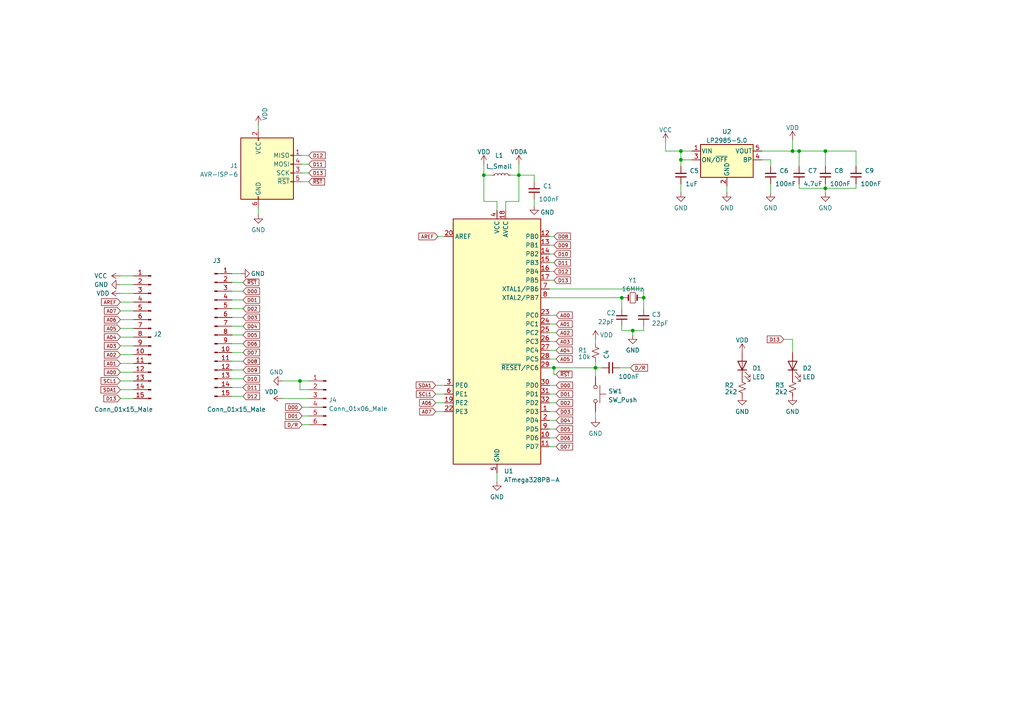
<source format=kicad_sch>
(kicad_sch (version 20211123) (generator eeschema)

  (uuid 2af64945-6375-4b67-84c0-c1b503dbd595)

  (paper "A4")

  (lib_symbols
    (symbol "Connector:AVR-ISP-6" (pin_names (offset 1.016)) (in_bom yes) (on_board yes)
      (property "Reference" "J" (id 0) (at -6.35 11.43 0)
        (effects (font (size 1.27 1.27)) (justify left))
      )
      (property "Value" "AVR-ISP-6" (id 1) (at 0 11.43 0)
        (effects (font (size 1.27 1.27)) (justify left))
      )
      (property "Footprint" "" (id 2) (at -6.35 1.27 90)
        (effects (font (size 1.27 1.27)) hide)
      )
      (property "Datasheet" " ~" (id 3) (at -32.385 -13.97 0)
        (effects (font (size 1.27 1.27)) hide)
      )
      (property "ki_keywords" "AVR ISP Connector" (id 4) (at 0 0 0)
        (effects (font (size 1.27 1.27)) hide)
      )
      (property "ki_description" "Atmel 6-pin ISP connector" (id 5) (at 0 0 0)
        (effects (font (size 1.27 1.27)) hide)
      )
      (property "ki_fp_filters" "IDC?Header*2x03* Pin?Header*2x03*" (id 6) (at 0 0 0)
        (effects (font (size 1.27 1.27)) hide)
      )
      (symbol "AVR-ISP-6_0_1"
        (rectangle (start -2.667 -6.858) (end -2.413 -7.62)
          (stroke (width 0) (type default) (color 0 0 0 0))
          (fill (type none))
        )
        (rectangle (start -2.667 10.16) (end -2.413 9.398)
          (stroke (width 0) (type default) (color 0 0 0 0))
          (fill (type none))
        )
        (rectangle (start 7.62 -2.413) (end 6.858 -2.667)
          (stroke (width 0) (type default) (color 0 0 0 0))
          (fill (type none))
        )
        (rectangle (start 7.62 0.127) (end 6.858 -0.127)
          (stroke (width 0) (type default) (color 0 0 0 0))
          (fill (type none))
        )
        (rectangle (start 7.62 2.667) (end 6.858 2.413)
          (stroke (width 0) (type default) (color 0 0 0 0))
          (fill (type none))
        )
        (rectangle (start 7.62 5.207) (end 6.858 4.953)
          (stroke (width 0) (type default) (color 0 0 0 0))
          (fill (type none))
        )
        (rectangle (start 7.62 10.16) (end -7.62 -7.62)
          (stroke (width 0.254) (type default) (color 0 0 0 0))
          (fill (type background))
        )
      )
      (symbol "AVR-ISP-6_1_1"
        (pin passive line (at 10.16 5.08 180) (length 2.54)
          (name "MISO" (effects (font (size 1.27 1.27))))
          (number "1" (effects (font (size 1.27 1.27))))
        )
        (pin passive line (at -2.54 12.7 270) (length 2.54)
          (name "VCC" (effects (font (size 1.27 1.27))))
          (number "2" (effects (font (size 1.27 1.27))))
        )
        (pin passive line (at 10.16 0 180) (length 2.54)
          (name "SCK" (effects (font (size 1.27 1.27))))
          (number "3" (effects (font (size 1.27 1.27))))
        )
        (pin passive line (at 10.16 2.54 180) (length 2.54)
          (name "MOSI" (effects (font (size 1.27 1.27))))
          (number "4" (effects (font (size 1.27 1.27))))
        )
        (pin passive line (at 10.16 -2.54 180) (length 2.54)
          (name "~{RST}" (effects (font (size 1.27 1.27))))
          (number "5" (effects (font (size 1.27 1.27))))
        )
        (pin passive line (at -2.54 -10.16 90) (length 2.54)
          (name "GND" (effects (font (size 1.27 1.27))))
          (number "6" (effects (font (size 1.27 1.27))))
        )
      )
    )
    (symbol "Connector:Conn_01x06_Male" (pin_names (offset 1.016) hide) (in_bom yes) (on_board yes)
      (property "Reference" "J" (id 0) (at 0 7.62 0)
        (effects (font (size 1.27 1.27)))
      )
      (property "Value" "Conn_01x06_Male" (id 1) (at 0 -10.16 0)
        (effects (font (size 1.27 1.27)))
      )
      (property "Footprint" "" (id 2) (at 0 0 0)
        (effects (font (size 1.27 1.27)) hide)
      )
      (property "Datasheet" "~" (id 3) (at 0 0 0)
        (effects (font (size 1.27 1.27)) hide)
      )
      (property "ki_keywords" "connector" (id 4) (at 0 0 0)
        (effects (font (size 1.27 1.27)) hide)
      )
      (property "ki_description" "Generic connector, single row, 01x06, script generated (kicad-library-utils/schlib/autogen/connector/)" (id 5) (at 0 0 0)
        (effects (font (size 1.27 1.27)) hide)
      )
      (property "ki_fp_filters" "Connector*:*_1x??_*" (id 6) (at 0 0 0)
        (effects (font (size 1.27 1.27)) hide)
      )
      (symbol "Conn_01x06_Male_1_1"
        (polyline
          (pts
            (xy 1.27 -7.62)
            (xy 0.8636 -7.62)
          )
          (stroke (width 0.1524) (type default) (color 0 0 0 0))
          (fill (type none))
        )
        (polyline
          (pts
            (xy 1.27 -5.08)
            (xy 0.8636 -5.08)
          )
          (stroke (width 0.1524) (type default) (color 0 0 0 0))
          (fill (type none))
        )
        (polyline
          (pts
            (xy 1.27 -2.54)
            (xy 0.8636 -2.54)
          )
          (stroke (width 0.1524) (type default) (color 0 0 0 0))
          (fill (type none))
        )
        (polyline
          (pts
            (xy 1.27 0)
            (xy 0.8636 0)
          )
          (stroke (width 0.1524) (type default) (color 0 0 0 0))
          (fill (type none))
        )
        (polyline
          (pts
            (xy 1.27 2.54)
            (xy 0.8636 2.54)
          )
          (stroke (width 0.1524) (type default) (color 0 0 0 0))
          (fill (type none))
        )
        (polyline
          (pts
            (xy 1.27 5.08)
            (xy 0.8636 5.08)
          )
          (stroke (width 0.1524) (type default) (color 0 0 0 0))
          (fill (type none))
        )
        (rectangle (start 0.8636 -7.493) (end 0 -7.747)
          (stroke (width 0.1524) (type default) (color 0 0 0 0))
          (fill (type outline))
        )
        (rectangle (start 0.8636 -4.953) (end 0 -5.207)
          (stroke (width 0.1524) (type default) (color 0 0 0 0))
          (fill (type outline))
        )
        (rectangle (start 0.8636 -2.413) (end 0 -2.667)
          (stroke (width 0.1524) (type default) (color 0 0 0 0))
          (fill (type outline))
        )
        (rectangle (start 0.8636 0.127) (end 0 -0.127)
          (stroke (width 0.1524) (type default) (color 0 0 0 0))
          (fill (type outline))
        )
        (rectangle (start 0.8636 2.667) (end 0 2.413)
          (stroke (width 0.1524) (type default) (color 0 0 0 0))
          (fill (type outline))
        )
        (rectangle (start 0.8636 5.207) (end 0 4.953)
          (stroke (width 0.1524) (type default) (color 0 0 0 0))
          (fill (type outline))
        )
        (pin passive line (at 5.08 5.08 180) (length 3.81)
          (name "Pin_1" (effects (font (size 1.27 1.27))))
          (number "1" (effects (font (size 1.27 1.27))))
        )
        (pin passive line (at 5.08 2.54 180) (length 3.81)
          (name "Pin_2" (effects (font (size 1.27 1.27))))
          (number "2" (effects (font (size 1.27 1.27))))
        )
        (pin passive line (at 5.08 0 180) (length 3.81)
          (name "Pin_3" (effects (font (size 1.27 1.27))))
          (number "3" (effects (font (size 1.27 1.27))))
        )
        (pin passive line (at 5.08 -2.54 180) (length 3.81)
          (name "Pin_4" (effects (font (size 1.27 1.27))))
          (number "4" (effects (font (size 1.27 1.27))))
        )
        (pin passive line (at 5.08 -5.08 180) (length 3.81)
          (name "Pin_5" (effects (font (size 1.27 1.27))))
          (number "5" (effects (font (size 1.27 1.27))))
        )
        (pin passive line (at 5.08 -7.62 180) (length 3.81)
          (name "Pin_6" (effects (font (size 1.27 1.27))))
          (number "6" (effects (font (size 1.27 1.27))))
        )
      )
    )
    (symbol "Connector:Conn_01x15_Male" (pin_names (offset 1.016) hide) (in_bom yes) (on_board yes)
      (property "Reference" "J" (id 0) (at 0 20.32 0)
        (effects (font (size 1.27 1.27)))
      )
      (property "Value" "Conn_01x15_Male" (id 1) (at 0 -20.32 0)
        (effects (font (size 1.27 1.27)))
      )
      (property "Footprint" "" (id 2) (at 0 0 0)
        (effects (font (size 1.27 1.27)) hide)
      )
      (property "Datasheet" "~" (id 3) (at 0 0 0)
        (effects (font (size 1.27 1.27)) hide)
      )
      (property "ki_keywords" "connector" (id 4) (at 0 0 0)
        (effects (font (size 1.27 1.27)) hide)
      )
      (property "ki_description" "Generic connector, single row, 01x15, script generated (kicad-library-utils/schlib/autogen/connector/)" (id 5) (at 0 0 0)
        (effects (font (size 1.27 1.27)) hide)
      )
      (property "ki_fp_filters" "Connector*:*_1x??_*" (id 6) (at 0 0 0)
        (effects (font (size 1.27 1.27)) hide)
      )
      (symbol "Conn_01x15_Male_1_1"
        (polyline
          (pts
            (xy 1.27 -17.78)
            (xy 0.8636 -17.78)
          )
          (stroke (width 0.1524) (type default) (color 0 0 0 0))
          (fill (type none))
        )
        (polyline
          (pts
            (xy 1.27 -15.24)
            (xy 0.8636 -15.24)
          )
          (stroke (width 0.1524) (type default) (color 0 0 0 0))
          (fill (type none))
        )
        (polyline
          (pts
            (xy 1.27 -12.7)
            (xy 0.8636 -12.7)
          )
          (stroke (width 0.1524) (type default) (color 0 0 0 0))
          (fill (type none))
        )
        (polyline
          (pts
            (xy 1.27 -10.16)
            (xy 0.8636 -10.16)
          )
          (stroke (width 0.1524) (type default) (color 0 0 0 0))
          (fill (type none))
        )
        (polyline
          (pts
            (xy 1.27 -7.62)
            (xy 0.8636 -7.62)
          )
          (stroke (width 0.1524) (type default) (color 0 0 0 0))
          (fill (type none))
        )
        (polyline
          (pts
            (xy 1.27 -5.08)
            (xy 0.8636 -5.08)
          )
          (stroke (width 0.1524) (type default) (color 0 0 0 0))
          (fill (type none))
        )
        (polyline
          (pts
            (xy 1.27 -2.54)
            (xy 0.8636 -2.54)
          )
          (stroke (width 0.1524) (type default) (color 0 0 0 0))
          (fill (type none))
        )
        (polyline
          (pts
            (xy 1.27 0)
            (xy 0.8636 0)
          )
          (stroke (width 0.1524) (type default) (color 0 0 0 0))
          (fill (type none))
        )
        (polyline
          (pts
            (xy 1.27 2.54)
            (xy 0.8636 2.54)
          )
          (stroke (width 0.1524) (type default) (color 0 0 0 0))
          (fill (type none))
        )
        (polyline
          (pts
            (xy 1.27 5.08)
            (xy 0.8636 5.08)
          )
          (stroke (width 0.1524) (type default) (color 0 0 0 0))
          (fill (type none))
        )
        (polyline
          (pts
            (xy 1.27 7.62)
            (xy 0.8636 7.62)
          )
          (stroke (width 0.1524) (type default) (color 0 0 0 0))
          (fill (type none))
        )
        (polyline
          (pts
            (xy 1.27 10.16)
            (xy 0.8636 10.16)
          )
          (stroke (width 0.1524) (type default) (color 0 0 0 0))
          (fill (type none))
        )
        (polyline
          (pts
            (xy 1.27 12.7)
            (xy 0.8636 12.7)
          )
          (stroke (width 0.1524) (type default) (color 0 0 0 0))
          (fill (type none))
        )
        (polyline
          (pts
            (xy 1.27 15.24)
            (xy 0.8636 15.24)
          )
          (stroke (width 0.1524) (type default) (color 0 0 0 0))
          (fill (type none))
        )
        (polyline
          (pts
            (xy 1.27 17.78)
            (xy 0.8636 17.78)
          )
          (stroke (width 0.1524) (type default) (color 0 0 0 0))
          (fill (type none))
        )
        (rectangle (start 0.8636 -17.653) (end 0 -17.907)
          (stroke (width 0.1524) (type default) (color 0 0 0 0))
          (fill (type outline))
        )
        (rectangle (start 0.8636 -15.113) (end 0 -15.367)
          (stroke (width 0.1524) (type default) (color 0 0 0 0))
          (fill (type outline))
        )
        (rectangle (start 0.8636 -12.573) (end 0 -12.827)
          (stroke (width 0.1524) (type default) (color 0 0 0 0))
          (fill (type outline))
        )
        (rectangle (start 0.8636 -10.033) (end 0 -10.287)
          (stroke (width 0.1524) (type default) (color 0 0 0 0))
          (fill (type outline))
        )
        (rectangle (start 0.8636 -7.493) (end 0 -7.747)
          (stroke (width 0.1524) (type default) (color 0 0 0 0))
          (fill (type outline))
        )
        (rectangle (start 0.8636 -4.953) (end 0 -5.207)
          (stroke (width 0.1524) (type default) (color 0 0 0 0))
          (fill (type outline))
        )
        (rectangle (start 0.8636 -2.413) (end 0 -2.667)
          (stroke (width 0.1524) (type default) (color 0 0 0 0))
          (fill (type outline))
        )
        (rectangle (start 0.8636 0.127) (end 0 -0.127)
          (stroke (width 0.1524) (type default) (color 0 0 0 0))
          (fill (type outline))
        )
        (rectangle (start 0.8636 2.667) (end 0 2.413)
          (stroke (width 0.1524) (type default) (color 0 0 0 0))
          (fill (type outline))
        )
        (rectangle (start 0.8636 5.207) (end 0 4.953)
          (stroke (width 0.1524) (type default) (color 0 0 0 0))
          (fill (type outline))
        )
        (rectangle (start 0.8636 7.747) (end 0 7.493)
          (stroke (width 0.1524) (type default) (color 0 0 0 0))
          (fill (type outline))
        )
        (rectangle (start 0.8636 10.287) (end 0 10.033)
          (stroke (width 0.1524) (type default) (color 0 0 0 0))
          (fill (type outline))
        )
        (rectangle (start 0.8636 12.827) (end 0 12.573)
          (stroke (width 0.1524) (type default) (color 0 0 0 0))
          (fill (type outline))
        )
        (rectangle (start 0.8636 15.367) (end 0 15.113)
          (stroke (width 0.1524) (type default) (color 0 0 0 0))
          (fill (type outline))
        )
        (rectangle (start 0.8636 17.907) (end 0 17.653)
          (stroke (width 0.1524) (type default) (color 0 0 0 0))
          (fill (type outline))
        )
        (pin passive line (at 5.08 17.78 180) (length 3.81)
          (name "Pin_1" (effects (font (size 1.27 1.27))))
          (number "1" (effects (font (size 1.27 1.27))))
        )
        (pin passive line (at 5.08 -5.08 180) (length 3.81)
          (name "Pin_10" (effects (font (size 1.27 1.27))))
          (number "10" (effects (font (size 1.27 1.27))))
        )
        (pin passive line (at 5.08 -7.62 180) (length 3.81)
          (name "Pin_11" (effects (font (size 1.27 1.27))))
          (number "11" (effects (font (size 1.27 1.27))))
        )
        (pin passive line (at 5.08 -10.16 180) (length 3.81)
          (name "Pin_12" (effects (font (size 1.27 1.27))))
          (number "12" (effects (font (size 1.27 1.27))))
        )
        (pin passive line (at 5.08 -12.7 180) (length 3.81)
          (name "Pin_13" (effects (font (size 1.27 1.27))))
          (number "13" (effects (font (size 1.27 1.27))))
        )
        (pin passive line (at 5.08 -15.24 180) (length 3.81)
          (name "Pin_14" (effects (font (size 1.27 1.27))))
          (number "14" (effects (font (size 1.27 1.27))))
        )
        (pin passive line (at 5.08 -17.78 180) (length 3.81)
          (name "Pin_15" (effects (font (size 1.27 1.27))))
          (number "15" (effects (font (size 1.27 1.27))))
        )
        (pin passive line (at 5.08 15.24 180) (length 3.81)
          (name "Pin_2" (effects (font (size 1.27 1.27))))
          (number "2" (effects (font (size 1.27 1.27))))
        )
        (pin passive line (at 5.08 12.7 180) (length 3.81)
          (name "Pin_3" (effects (font (size 1.27 1.27))))
          (number "3" (effects (font (size 1.27 1.27))))
        )
        (pin passive line (at 5.08 10.16 180) (length 3.81)
          (name "Pin_4" (effects (font (size 1.27 1.27))))
          (number "4" (effects (font (size 1.27 1.27))))
        )
        (pin passive line (at 5.08 7.62 180) (length 3.81)
          (name "Pin_5" (effects (font (size 1.27 1.27))))
          (number "5" (effects (font (size 1.27 1.27))))
        )
        (pin passive line (at 5.08 5.08 180) (length 3.81)
          (name "Pin_6" (effects (font (size 1.27 1.27))))
          (number "6" (effects (font (size 1.27 1.27))))
        )
        (pin passive line (at 5.08 2.54 180) (length 3.81)
          (name "Pin_7" (effects (font (size 1.27 1.27))))
          (number "7" (effects (font (size 1.27 1.27))))
        )
        (pin passive line (at 5.08 0 180) (length 3.81)
          (name "Pin_8" (effects (font (size 1.27 1.27))))
          (number "8" (effects (font (size 1.27 1.27))))
        )
        (pin passive line (at 5.08 -2.54 180) (length 3.81)
          (name "Pin_9" (effects (font (size 1.27 1.27))))
          (number "9" (effects (font (size 1.27 1.27))))
        )
      )
    )
    (symbol "Device:C_Small" (pin_numbers hide) (pin_names (offset 0.254) hide) (in_bom yes) (on_board yes)
      (property "Reference" "C" (id 0) (at 0.254 1.778 0)
        (effects (font (size 1.27 1.27)) (justify left))
      )
      (property "Value" "C_Small" (id 1) (at 0.254 -2.032 0)
        (effects (font (size 1.27 1.27)) (justify left))
      )
      (property "Footprint" "" (id 2) (at 0 0 0)
        (effects (font (size 1.27 1.27)) hide)
      )
      (property "Datasheet" "~" (id 3) (at 0 0 0)
        (effects (font (size 1.27 1.27)) hide)
      )
      (property "ki_keywords" "capacitor cap" (id 4) (at 0 0 0)
        (effects (font (size 1.27 1.27)) hide)
      )
      (property "ki_description" "Unpolarized capacitor, small symbol" (id 5) (at 0 0 0)
        (effects (font (size 1.27 1.27)) hide)
      )
      (property "ki_fp_filters" "C_*" (id 6) (at 0 0 0)
        (effects (font (size 1.27 1.27)) hide)
      )
      (symbol "C_Small_0_1"
        (polyline
          (pts
            (xy -1.524 -0.508)
            (xy 1.524 -0.508)
          )
          (stroke (width 0.3302) (type default) (color 0 0 0 0))
          (fill (type none))
        )
        (polyline
          (pts
            (xy -1.524 0.508)
            (xy 1.524 0.508)
          )
          (stroke (width 0.3048) (type default) (color 0 0 0 0))
          (fill (type none))
        )
      )
      (symbol "C_Small_1_1"
        (pin passive line (at 0 2.54 270) (length 2.032)
          (name "~" (effects (font (size 1.27 1.27))))
          (number "1" (effects (font (size 1.27 1.27))))
        )
        (pin passive line (at 0 -2.54 90) (length 2.032)
          (name "~" (effects (font (size 1.27 1.27))))
          (number "2" (effects (font (size 1.27 1.27))))
        )
      )
    )
    (symbol "Device:Crystal_Small" (pin_numbers hide) (pin_names (offset 1.016) hide) (in_bom yes) (on_board yes)
      (property "Reference" "Y" (id 0) (at 0 2.54 0)
        (effects (font (size 1.27 1.27)))
      )
      (property "Value" "Crystal_Small" (id 1) (at 0 -2.54 0)
        (effects (font (size 1.27 1.27)))
      )
      (property "Footprint" "" (id 2) (at 0 0 0)
        (effects (font (size 1.27 1.27)) hide)
      )
      (property "Datasheet" "~" (id 3) (at 0 0 0)
        (effects (font (size 1.27 1.27)) hide)
      )
      (property "ki_keywords" "quartz ceramic resonator oscillator" (id 4) (at 0 0 0)
        (effects (font (size 1.27 1.27)) hide)
      )
      (property "ki_description" "Two pin crystal, small symbol" (id 5) (at 0 0 0)
        (effects (font (size 1.27 1.27)) hide)
      )
      (property "ki_fp_filters" "Crystal*" (id 6) (at 0 0 0)
        (effects (font (size 1.27 1.27)) hide)
      )
      (symbol "Crystal_Small_0_1"
        (rectangle (start -0.762 -1.524) (end 0.762 1.524)
          (stroke (width 0) (type default) (color 0 0 0 0))
          (fill (type none))
        )
        (polyline
          (pts
            (xy -1.27 -0.762)
            (xy -1.27 0.762)
          )
          (stroke (width 0.381) (type default) (color 0 0 0 0))
          (fill (type none))
        )
        (polyline
          (pts
            (xy 1.27 -0.762)
            (xy 1.27 0.762)
          )
          (stroke (width 0.381) (type default) (color 0 0 0 0))
          (fill (type none))
        )
      )
      (symbol "Crystal_Small_1_1"
        (pin passive line (at -2.54 0 0) (length 1.27)
          (name "1" (effects (font (size 1.27 1.27))))
          (number "1" (effects (font (size 1.27 1.27))))
        )
        (pin passive line (at 2.54 0 180) (length 1.27)
          (name "2" (effects (font (size 1.27 1.27))))
          (number "2" (effects (font (size 1.27 1.27))))
        )
      )
    )
    (symbol "Device:LED" (pin_numbers hide) (pin_names (offset 1.016) hide) (in_bom yes) (on_board yes)
      (property "Reference" "D" (id 0) (at 0 2.54 0)
        (effects (font (size 1.27 1.27)))
      )
      (property "Value" "LED" (id 1) (at 0 -2.54 0)
        (effects (font (size 1.27 1.27)))
      )
      (property "Footprint" "" (id 2) (at 0 0 0)
        (effects (font (size 1.27 1.27)) hide)
      )
      (property "Datasheet" "~" (id 3) (at 0 0 0)
        (effects (font (size 1.27 1.27)) hide)
      )
      (property "ki_keywords" "LED diode" (id 4) (at 0 0 0)
        (effects (font (size 1.27 1.27)) hide)
      )
      (property "ki_description" "Light emitting diode" (id 5) (at 0 0 0)
        (effects (font (size 1.27 1.27)) hide)
      )
      (property "ki_fp_filters" "LED* LED_SMD:* LED_THT:*" (id 6) (at 0 0 0)
        (effects (font (size 1.27 1.27)) hide)
      )
      (symbol "LED_0_1"
        (polyline
          (pts
            (xy -1.27 -1.27)
            (xy -1.27 1.27)
          )
          (stroke (width 0.254) (type default) (color 0 0 0 0))
          (fill (type none))
        )
        (polyline
          (pts
            (xy -1.27 0)
            (xy 1.27 0)
          )
          (stroke (width 0) (type default) (color 0 0 0 0))
          (fill (type none))
        )
        (polyline
          (pts
            (xy 1.27 -1.27)
            (xy 1.27 1.27)
            (xy -1.27 0)
            (xy 1.27 -1.27)
          )
          (stroke (width 0.254) (type default) (color 0 0 0 0))
          (fill (type none))
        )
        (polyline
          (pts
            (xy -3.048 -0.762)
            (xy -4.572 -2.286)
            (xy -3.81 -2.286)
            (xy -4.572 -2.286)
            (xy -4.572 -1.524)
          )
          (stroke (width 0) (type default) (color 0 0 0 0))
          (fill (type none))
        )
        (polyline
          (pts
            (xy -1.778 -0.762)
            (xy -3.302 -2.286)
            (xy -2.54 -2.286)
            (xy -3.302 -2.286)
            (xy -3.302 -1.524)
          )
          (stroke (width 0) (type default) (color 0 0 0 0))
          (fill (type none))
        )
      )
      (symbol "LED_1_1"
        (pin passive line (at -3.81 0 0) (length 2.54)
          (name "K" (effects (font (size 1.27 1.27))))
          (number "1" (effects (font (size 1.27 1.27))))
        )
        (pin passive line (at 3.81 0 180) (length 2.54)
          (name "A" (effects (font (size 1.27 1.27))))
          (number "2" (effects (font (size 1.27 1.27))))
        )
      )
    )
    (symbol "Device:L_Small" (pin_numbers hide) (pin_names (offset 0.254) hide) (in_bom yes) (on_board yes)
      (property "Reference" "L" (id 0) (at 0.762 1.016 0)
        (effects (font (size 1.27 1.27)) (justify left))
      )
      (property "Value" "L_Small" (id 1) (at 0.762 -1.016 0)
        (effects (font (size 1.27 1.27)) (justify left))
      )
      (property "Footprint" "" (id 2) (at 0 0 0)
        (effects (font (size 1.27 1.27)) hide)
      )
      (property "Datasheet" "~" (id 3) (at 0 0 0)
        (effects (font (size 1.27 1.27)) hide)
      )
      (property "ki_keywords" "inductor choke coil reactor magnetic" (id 4) (at 0 0 0)
        (effects (font (size 1.27 1.27)) hide)
      )
      (property "ki_description" "Inductor, small symbol" (id 5) (at 0 0 0)
        (effects (font (size 1.27 1.27)) hide)
      )
      (property "ki_fp_filters" "Choke_* *Coil* Inductor_* L_*" (id 6) (at 0 0 0)
        (effects (font (size 1.27 1.27)) hide)
      )
      (symbol "L_Small_0_1"
        (arc (start 0 -2.032) (mid 0.508 -1.524) (end 0 -1.016)
          (stroke (width 0) (type default) (color 0 0 0 0))
          (fill (type none))
        )
        (arc (start 0 -1.016) (mid 0.508 -0.508) (end 0 0)
          (stroke (width 0) (type default) (color 0 0 0 0))
          (fill (type none))
        )
        (arc (start 0 0) (mid 0.508 0.508) (end 0 1.016)
          (stroke (width 0) (type default) (color 0 0 0 0))
          (fill (type none))
        )
        (arc (start 0 1.016) (mid 0.508 1.524) (end 0 2.032)
          (stroke (width 0) (type default) (color 0 0 0 0))
          (fill (type none))
        )
      )
      (symbol "L_Small_1_1"
        (pin passive line (at 0 2.54 270) (length 0.508)
          (name "~" (effects (font (size 1.27 1.27))))
          (number "1" (effects (font (size 1.27 1.27))))
        )
        (pin passive line (at 0 -2.54 90) (length 0.508)
          (name "~" (effects (font (size 1.27 1.27))))
          (number "2" (effects (font (size 1.27 1.27))))
        )
      )
    )
    (symbol "Device:R_Small_US" (pin_numbers hide) (pin_names (offset 0.254) hide) (in_bom yes) (on_board yes)
      (property "Reference" "R" (id 0) (at 0.762 0.508 0)
        (effects (font (size 1.27 1.27)) (justify left))
      )
      (property "Value" "R_Small_US" (id 1) (at 0.762 -1.016 0)
        (effects (font (size 1.27 1.27)) (justify left))
      )
      (property "Footprint" "" (id 2) (at 0 0 0)
        (effects (font (size 1.27 1.27)) hide)
      )
      (property "Datasheet" "~" (id 3) (at 0 0 0)
        (effects (font (size 1.27 1.27)) hide)
      )
      (property "ki_keywords" "r resistor" (id 4) (at 0 0 0)
        (effects (font (size 1.27 1.27)) hide)
      )
      (property "ki_description" "Resistor, small US symbol" (id 5) (at 0 0 0)
        (effects (font (size 1.27 1.27)) hide)
      )
      (property "ki_fp_filters" "R_*" (id 6) (at 0 0 0)
        (effects (font (size 1.27 1.27)) hide)
      )
      (symbol "R_Small_US_1_1"
        (polyline
          (pts
            (xy 0 0)
            (xy 1.016 -0.381)
            (xy 0 -0.762)
            (xy -1.016 -1.143)
            (xy 0 -1.524)
          )
          (stroke (width 0) (type default) (color 0 0 0 0))
          (fill (type none))
        )
        (polyline
          (pts
            (xy 0 1.524)
            (xy 1.016 1.143)
            (xy 0 0.762)
            (xy -1.016 0.381)
            (xy 0 0)
          )
          (stroke (width 0) (type default) (color 0 0 0 0))
          (fill (type none))
        )
        (pin passive line (at 0 2.54 270) (length 1.016)
          (name "~" (effects (font (size 1.27 1.27))))
          (number "1" (effects (font (size 1.27 1.27))))
        )
        (pin passive line (at 0 -2.54 90) (length 1.016)
          (name "~" (effects (font (size 1.27 1.27))))
          (number "2" (effects (font (size 1.27 1.27))))
        )
      )
    )
    (symbol "MCU_Microchip_ATmega:ATmega328PB-A" (in_bom yes) (on_board yes)
      (property "Reference" "U" (id 0) (at -12.7 36.83 0)
        (effects (font (size 1.27 1.27)) (justify left bottom))
      )
      (property "Value" "ATmega328PB-A" (id 1) (at 2.54 -36.83 0)
        (effects (font (size 1.27 1.27)) (justify left top))
      )
      (property "Footprint" "Package_QFP:TQFP-32_7x7mm_P0.8mm" (id 2) (at 0 0 0)
        (effects (font (size 1.27 1.27) italic) hide)
      )
      (property "Datasheet" "http://ww1.microchip.com/downloads/en/DeviceDoc/40001906C.pdf" (id 3) (at 0 0 0)
        (effects (font (size 1.27 1.27)) hide)
      )
      (property "ki_keywords" "AVR 8bit Microcontroller MegaAVR" (id 4) (at 0 0 0)
        (effects (font (size 1.27 1.27)) hide)
      )
      (property "ki_description" "20MHz, 32kB Flash, 2kB SRAM, 1kB EEPROM, TQFP-32" (id 5) (at 0 0 0)
        (effects (font (size 1.27 1.27)) hide)
      )
      (property "ki_fp_filters" "TQFP*7x7mm*P0.8mm*" (id 6) (at 0 0 0)
        (effects (font (size 1.27 1.27)) hide)
      )
      (symbol "ATmega328PB-A_0_1"
        (rectangle (start -12.7 -35.56) (end 12.7 35.56)
          (stroke (width 0.254) (type default) (color 0 0 0 0))
          (fill (type background))
        )
      )
      (symbol "ATmega328PB-A_1_1"
        (pin bidirectional line (at 15.24 -20.32 180) (length 2.54)
          (name "PD3" (effects (font (size 1.27 1.27))))
          (number "1" (effects (font (size 1.27 1.27))))
        )
        (pin bidirectional line (at 15.24 -27.94 180) (length 2.54)
          (name "PD6" (effects (font (size 1.27 1.27))))
          (number "10" (effects (font (size 1.27 1.27))))
        )
        (pin bidirectional line (at 15.24 -30.48 180) (length 2.54)
          (name "PD7" (effects (font (size 1.27 1.27))))
          (number "11" (effects (font (size 1.27 1.27))))
        )
        (pin bidirectional line (at 15.24 30.48 180) (length 2.54)
          (name "PB0" (effects (font (size 1.27 1.27))))
          (number "12" (effects (font (size 1.27 1.27))))
        )
        (pin bidirectional line (at 15.24 27.94 180) (length 2.54)
          (name "PB1" (effects (font (size 1.27 1.27))))
          (number "13" (effects (font (size 1.27 1.27))))
        )
        (pin bidirectional line (at 15.24 25.4 180) (length 2.54)
          (name "PB2" (effects (font (size 1.27 1.27))))
          (number "14" (effects (font (size 1.27 1.27))))
        )
        (pin bidirectional line (at 15.24 22.86 180) (length 2.54)
          (name "PB3" (effects (font (size 1.27 1.27))))
          (number "15" (effects (font (size 1.27 1.27))))
        )
        (pin bidirectional line (at 15.24 20.32 180) (length 2.54)
          (name "PB4" (effects (font (size 1.27 1.27))))
          (number "16" (effects (font (size 1.27 1.27))))
        )
        (pin bidirectional line (at 15.24 17.78 180) (length 2.54)
          (name "PB5" (effects (font (size 1.27 1.27))))
          (number "17" (effects (font (size 1.27 1.27))))
        )
        (pin power_in line (at 2.54 38.1 270) (length 2.54)
          (name "AVCC" (effects (font (size 1.27 1.27))))
          (number "18" (effects (font (size 1.27 1.27))))
        )
        (pin bidirectional line (at -15.24 -17.78 0) (length 2.54)
          (name "PE2" (effects (font (size 1.27 1.27))))
          (number "19" (effects (font (size 1.27 1.27))))
        )
        (pin bidirectional line (at 15.24 -22.86 180) (length 2.54)
          (name "PD4" (effects (font (size 1.27 1.27))))
          (number "2" (effects (font (size 1.27 1.27))))
        )
        (pin passive line (at -15.24 30.48 0) (length 2.54)
          (name "AREF" (effects (font (size 1.27 1.27))))
          (number "20" (effects (font (size 1.27 1.27))))
        )
        (pin passive line (at 0 -38.1 90) (length 2.54) hide
          (name "GND" (effects (font (size 1.27 1.27))))
          (number "21" (effects (font (size 1.27 1.27))))
        )
        (pin bidirectional line (at -15.24 -20.32 0) (length 2.54)
          (name "PE3" (effects (font (size 1.27 1.27))))
          (number "22" (effects (font (size 1.27 1.27))))
        )
        (pin bidirectional line (at 15.24 7.62 180) (length 2.54)
          (name "PC0" (effects (font (size 1.27 1.27))))
          (number "23" (effects (font (size 1.27 1.27))))
        )
        (pin bidirectional line (at 15.24 5.08 180) (length 2.54)
          (name "PC1" (effects (font (size 1.27 1.27))))
          (number "24" (effects (font (size 1.27 1.27))))
        )
        (pin bidirectional line (at 15.24 2.54 180) (length 2.54)
          (name "PC2" (effects (font (size 1.27 1.27))))
          (number "25" (effects (font (size 1.27 1.27))))
        )
        (pin bidirectional line (at 15.24 0 180) (length 2.54)
          (name "PC3" (effects (font (size 1.27 1.27))))
          (number "26" (effects (font (size 1.27 1.27))))
        )
        (pin bidirectional line (at 15.24 -2.54 180) (length 2.54)
          (name "PC4" (effects (font (size 1.27 1.27))))
          (number "27" (effects (font (size 1.27 1.27))))
        )
        (pin bidirectional line (at 15.24 -5.08 180) (length 2.54)
          (name "PC5" (effects (font (size 1.27 1.27))))
          (number "28" (effects (font (size 1.27 1.27))))
        )
        (pin bidirectional line (at 15.24 -7.62 180) (length 2.54)
          (name "~{RESET}/PC6" (effects (font (size 1.27 1.27))))
          (number "29" (effects (font (size 1.27 1.27))))
        )
        (pin bidirectional line (at -15.24 -12.7 0) (length 2.54)
          (name "PE0" (effects (font (size 1.27 1.27))))
          (number "3" (effects (font (size 1.27 1.27))))
        )
        (pin bidirectional line (at 15.24 -12.7 180) (length 2.54)
          (name "PD0" (effects (font (size 1.27 1.27))))
          (number "30" (effects (font (size 1.27 1.27))))
        )
        (pin bidirectional line (at 15.24 -15.24 180) (length 2.54)
          (name "PD1" (effects (font (size 1.27 1.27))))
          (number "31" (effects (font (size 1.27 1.27))))
        )
        (pin bidirectional line (at 15.24 -17.78 180) (length 2.54)
          (name "PD2" (effects (font (size 1.27 1.27))))
          (number "32" (effects (font (size 1.27 1.27))))
        )
        (pin power_in line (at 0 38.1 270) (length 2.54)
          (name "VCC" (effects (font (size 1.27 1.27))))
          (number "4" (effects (font (size 1.27 1.27))))
        )
        (pin power_in line (at 0 -38.1 90) (length 2.54)
          (name "GND" (effects (font (size 1.27 1.27))))
          (number "5" (effects (font (size 1.27 1.27))))
        )
        (pin bidirectional line (at -15.24 -15.24 0) (length 2.54)
          (name "PE1" (effects (font (size 1.27 1.27))))
          (number "6" (effects (font (size 1.27 1.27))))
        )
        (pin bidirectional line (at 15.24 15.24 180) (length 2.54)
          (name "XTAL1/PB6" (effects (font (size 1.27 1.27))))
          (number "7" (effects (font (size 1.27 1.27))))
        )
        (pin bidirectional line (at 15.24 12.7 180) (length 2.54)
          (name "XTAL2/PB7" (effects (font (size 1.27 1.27))))
          (number "8" (effects (font (size 1.27 1.27))))
        )
        (pin bidirectional line (at 15.24 -25.4 180) (length 2.54)
          (name "PD5" (effects (font (size 1.27 1.27))))
          (number "9" (effects (font (size 1.27 1.27))))
        )
      )
    )
    (symbol "Regulator_Linear:LP2985-5.0" (pin_names (offset 0.254)) (in_bom yes) (on_board yes)
      (property "Reference" "U" (id 0) (at -6.35 5.715 0)
        (effects (font (size 1.27 1.27)))
      )
      (property "Value" "LP2985-5.0" (id 1) (at 0 5.715 0)
        (effects (font (size 1.27 1.27)) (justify left))
      )
      (property "Footprint" "Package_TO_SOT_SMD:SOT-23-5" (id 2) (at 0 8.255 0)
        (effects (font (size 1.27 1.27)) hide)
      )
      (property "Datasheet" "http://www.ti.com/lit/ds/symlink/lp2985.pdf" (id 3) (at 0 0 0)
        (effects (font (size 1.27 1.27)) hide)
      )
      (property "ki_keywords" "LDO regulator linear  SOT-23-5" (id 4) (at 0 0 0)
        (effects (font (size 1.27 1.27)) hide)
      )
      (property "ki_description" "150mA 16V Low-noise Low-dropout Regulator With Shutdown, 5.0V output voltage, SOT-23-5" (id 5) (at 0 0 0)
        (effects (font (size 1.27 1.27)) hide)
      )
      (property "ki_fp_filters" "SOT?23*" (id 6) (at 0 0 0)
        (effects (font (size 1.27 1.27)) hide)
      )
      (symbol "LP2985-5.0_0_1"
        (rectangle (start -7.62 -5.08) (end 7.62 4.445)
          (stroke (width 0.254) (type default) (color 0 0 0 0))
          (fill (type background))
        )
      )
      (symbol "LP2985-5.0_1_1"
        (pin power_in line (at -10.16 2.54 0) (length 2.54)
          (name "VIN" (effects (font (size 1.27 1.27))))
          (number "1" (effects (font (size 1.27 1.27))))
        )
        (pin power_in line (at 0 -7.62 90) (length 2.54)
          (name "GND" (effects (font (size 1.27 1.27))))
          (number "2" (effects (font (size 1.27 1.27))))
        )
        (pin input line (at -10.16 0 0) (length 2.54)
          (name "ON/~{OFF}" (effects (font (size 1.27 1.27))))
          (number "3" (effects (font (size 1.27 1.27))))
        )
        (pin input line (at 10.16 0 180) (length 2.54)
          (name "BP" (effects (font (size 1.27 1.27))))
          (number "4" (effects (font (size 1.27 1.27))))
        )
        (pin power_out line (at 10.16 2.54 180) (length 2.54)
          (name "VOUT" (effects (font (size 1.27 1.27))))
          (number "5" (effects (font (size 1.27 1.27))))
        )
      )
    )
    (symbol "Switch:SW_Push" (pin_numbers hide) (pin_names (offset 1.016) hide) (in_bom yes) (on_board yes)
      (property "Reference" "SW" (id 0) (at 1.27 2.54 0)
        (effects (font (size 1.27 1.27)) (justify left))
      )
      (property "Value" "SW_Push" (id 1) (at 0 -1.524 0)
        (effects (font (size 1.27 1.27)))
      )
      (property "Footprint" "" (id 2) (at 0 5.08 0)
        (effects (font (size 1.27 1.27)) hide)
      )
      (property "Datasheet" "~" (id 3) (at 0 5.08 0)
        (effects (font (size 1.27 1.27)) hide)
      )
      (property "ki_keywords" "switch normally-open pushbutton push-button" (id 4) (at 0 0 0)
        (effects (font (size 1.27 1.27)) hide)
      )
      (property "ki_description" "Push button switch, generic, two pins" (id 5) (at 0 0 0)
        (effects (font (size 1.27 1.27)) hide)
      )
      (symbol "SW_Push_0_1"
        (circle (center -2.032 0) (radius 0.508)
          (stroke (width 0) (type default) (color 0 0 0 0))
          (fill (type none))
        )
        (polyline
          (pts
            (xy 0 1.27)
            (xy 0 3.048)
          )
          (stroke (width 0) (type default) (color 0 0 0 0))
          (fill (type none))
        )
        (polyline
          (pts
            (xy 2.54 1.27)
            (xy -2.54 1.27)
          )
          (stroke (width 0) (type default) (color 0 0 0 0))
          (fill (type none))
        )
        (circle (center 2.032 0) (radius 0.508)
          (stroke (width 0) (type default) (color 0 0 0 0))
          (fill (type none))
        )
        (pin passive line (at -5.08 0 0) (length 2.54)
          (name "1" (effects (font (size 1.27 1.27))))
          (number "1" (effects (font (size 1.27 1.27))))
        )
        (pin passive line (at 5.08 0 180) (length 2.54)
          (name "2" (effects (font (size 1.27 1.27))))
          (number "2" (effects (font (size 1.27 1.27))))
        )
      )
    )
    (symbol "power:GND" (power) (pin_names (offset 0)) (in_bom yes) (on_board yes)
      (property "Reference" "#PWR" (id 0) (at 0 -6.35 0)
        (effects (font (size 1.27 1.27)) hide)
      )
      (property "Value" "GND" (id 1) (at 0 -3.81 0)
        (effects (font (size 1.27 1.27)))
      )
      (property "Footprint" "" (id 2) (at 0 0 0)
        (effects (font (size 1.27 1.27)) hide)
      )
      (property "Datasheet" "" (id 3) (at 0 0 0)
        (effects (font (size 1.27 1.27)) hide)
      )
      (property "ki_keywords" "power-flag" (id 4) (at 0 0 0)
        (effects (font (size 1.27 1.27)) hide)
      )
      (property "ki_description" "Power symbol creates a global label with name \"GND\" , ground" (id 5) (at 0 0 0)
        (effects (font (size 1.27 1.27)) hide)
      )
      (symbol "GND_0_1"
        (polyline
          (pts
            (xy 0 0)
            (xy 0 -1.27)
            (xy 1.27 -1.27)
            (xy 0 -2.54)
            (xy -1.27 -1.27)
            (xy 0 -1.27)
          )
          (stroke (width 0) (type default) (color 0 0 0 0))
          (fill (type none))
        )
      )
      (symbol "GND_1_1"
        (pin power_in line (at 0 0 270) (length 0) hide
          (name "GND" (effects (font (size 1.27 1.27))))
          (number "1" (effects (font (size 1.27 1.27))))
        )
      )
    )
    (symbol "power:VCC" (power) (pin_names (offset 0)) (in_bom yes) (on_board yes)
      (property "Reference" "#PWR" (id 0) (at 0 -3.81 0)
        (effects (font (size 1.27 1.27)) hide)
      )
      (property "Value" "VCC" (id 1) (at 0 3.81 0)
        (effects (font (size 1.27 1.27)))
      )
      (property "Footprint" "" (id 2) (at 0 0 0)
        (effects (font (size 1.27 1.27)) hide)
      )
      (property "Datasheet" "" (id 3) (at 0 0 0)
        (effects (font (size 1.27 1.27)) hide)
      )
      (property "ki_keywords" "power-flag" (id 4) (at 0 0 0)
        (effects (font (size 1.27 1.27)) hide)
      )
      (property "ki_description" "Power symbol creates a global label with name \"VCC\"" (id 5) (at 0 0 0)
        (effects (font (size 1.27 1.27)) hide)
      )
      (symbol "VCC_0_1"
        (polyline
          (pts
            (xy -0.762 1.27)
            (xy 0 2.54)
          )
          (stroke (width 0) (type default) (color 0 0 0 0))
          (fill (type none))
        )
        (polyline
          (pts
            (xy 0 0)
            (xy 0 2.54)
          )
          (stroke (width 0) (type default) (color 0 0 0 0))
          (fill (type none))
        )
        (polyline
          (pts
            (xy 0 2.54)
            (xy 0.762 1.27)
          )
          (stroke (width 0) (type default) (color 0 0 0 0))
          (fill (type none))
        )
      )
      (symbol "VCC_1_1"
        (pin power_in line (at 0 0 90) (length 0) hide
          (name "VCC" (effects (font (size 1.27 1.27))))
          (number "1" (effects (font (size 1.27 1.27))))
        )
      )
    )
    (symbol "power:VDD" (power) (pin_names (offset 0)) (in_bom yes) (on_board yes)
      (property "Reference" "#PWR" (id 0) (at 0 -3.81 0)
        (effects (font (size 1.27 1.27)) hide)
      )
      (property "Value" "VDD" (id 1) (at 0 3.81 0)
        (effects (font (size 1.27 1.27)))
      )
      (property "Footprint" "" (id 2) (at 0 0 0)
        (effects (font (size 1.27 1.27)) hide)
      )
      (property "Datasheet" "" (id 3) (at 0 0 0)
        (effects (font (size 1.27 1.27)) hide)
      )
      (property "ki_keywords" "power-flag" (id 4) (at 0 0 0)
        (effects (font (size 1.27 1.27)) hide)
      )
      (property "ki_description" "Power symbol creates a global label with name \"VDD\"" (id 5) (at 0 0 0)
        (effects (font (size 1.27 1.27)) hide)
      )
      (symbol "VDD_0_1"
        (polyline
          (pts
            (xy -0.762 1.27)
            (xy 0 2.54)
          )
          (stroke (width 0) (type default) (color 0 0 0 0))
          (fill (type none))
        )
        (polyline
          (pts
            (xy 0 0)
            (xy 0 2.54)
          )
          (stroke (width 0) (type default) (color 0 0 0 0))
          (fill (type none))
        )
        (polyline
          (pts
            (xy 0 2.54)
            (xy 0.762 1.27)
          )
          (stroke (width 0) (type default) (color 0 0 0 0))
          (fill (type none))
        )
      )
      (symbol "VDD_1_1"
        (pin power_in line (at 0 0 90) (length 0) hide
          (name "VDD" (effects (font (size 1.27 1.27))))
          (number "1" (effects (font (size 1.27 1.27))))
        )
      )
    )
    (symbol "power:VDDA" (power) (pin_names (offset 0)) (in_bom yes) (on_board yes)
      (property "Reference" "#PWR" (id 0) (at 0 -3.81 0)
        (effects (font (size 1.27 1.27)) hide)
      )
      (property "Value" "VDDA" (id 1) (at 0 3.81 0)
        (effects (font (size 1.27 1.27)))
      )
      (property "Footprint" "" (id 2) (at 0 0 0)
        (effects (font (size 1.27 1.27)) hide)
      )
      (property "Datasheet" "" (id 3) (at 0 0 0)
        (effects (font (size 1.27 1.27)) hide)
      )
      (property "ki_keywords" "power-flag" (id 4) (at 0 0 0)
        (effects (font (size 1.27 1.27)) hide)
      )
      (property "ki_description" "Power symbol creates a global label with name \"VDDA\"" (id 5) (at 0 0 0)
        (effects (font (size 1.27 1.27)) hide)
      )
      (symbol "VDDA_0_1"
        (polyline
          (pts
            (xy -0.762 1.27)
            (xy 0 2.54)
          )
          (stroke (width 0) (type default) (color 0 0 0 0))
          (fill (type none))
        )
        (polyline
          (pts
            (xy 0 0)
            (xy 0 2.54)
          )
          (stroke (width 0) (type default) (color 0 0 0 0))
          (fill (type none))
        )
        (polyline
          (pts
            (xy 0 2.54)
            (xy 0.762 1.27)
          )
          (stroke (width 0) (type default) (color 0 0 0 0))
          (fill (type none))
        )
      )
      (symbol "VDDA_1_1"
        (pin power_in line (at 0 0 90) (length 0) hide
          (name "VDDA" (effects (font (size 1.27 1.27))))
          (number "1" (effects (font (size 1.27 1.27))))
        )
      )
    )
  )

  (junction (at 172.72 106.68) (diameter 0) (color 0 0 0 0)
    (uuid 1fc58c18-572b-4aec-a082-f8d1ce0e9511)
  )
  (junction (at 231.775 43.815) (diameter 0) (color 0 0 0 0)
    (uuid 21216186-e936-4d60-94a6-02a114743678)
  )
  (junction (at 180.34 86.36) (diameter 0) (color 0 0 0 0)
    (uuid 3a69eb42-dec3-40ce-8ba4-35c64b8599f6)
  )
  (junction (at 239.395 43.815) (diameter 0) (color 0 0 0 0)
    (uuid 42657b36-2e82-4829-b866-17b5fd4ecc8f)
  )
  (junction (at 197.485 46.355) (diameter 0) (color 0 0 0 0)
    (uuid 5b2d6c18-f8ed-46a4-9602-abe4b9062ee2)
  )
  (junction (at 150.495 50.8) (diameter 0) (color 0 0 0 0)
    (uuid 5cedf6b9-4160-4c31-bbf4-89ec6ce07fe7)
  )
  (junction (at 183.515 95.885) (diameter 0) (color 0 0 0 0)
    (uuid 6807361a-501b-4edb-b06a-b6130794b523)
  )
  (junction (at 197.485 43.815) (diameter 0) (color 0 0 0 0)
    (uuid 7e6e0f9f-5f75-49e2-8a0a-60dfc03564bd)
  )
  (junction (at 160.655 106.68) (diameter 0) (color 0 0 0 0)
    (uuid 90c26a75-669f-4083-a714-7cba0c18555f)
  )
  (junction (at 140.335 50.8) (diameter 0) (color 0 0 0 0)
    (uuid b069f816-64c0-4adb-b69a-fde5eb6ed8e5)
  )
  (junction (at 239.395 54.61) (diameter 0) (color 0 0 0 0)
    (uuid b555cb6c-87b5-4668-bd34-ab2cd7961af9)
  )
  (junction (at 86.995 110.49) (diameter 0) (color 0 0 0 0)
    (uuid b749c57a-b40e-4aae-a15a-539b59298e0c)
  )
  (junction (at 229.87 43.815) (diameter 0) (color 0 0 0 0)
    (uuid d8fdd815-66ac-4159-9c0c-17c0dc3e4d63)
  )
  (junction (at 186.69 86.36) (diameter 0) (color 0 0 0 0)
    (uuid f04c885c-7c72-4140-9bd3-ebc6174586e8)
  )

  (wire (pts (xy 87.63 52.705) (xy 89.535 52.705))
    (stroke (width 0) (type default) (color 0 0 0 0))
    (uuid 01e4d22d-8a43-4b2b-aaa7-75eb7990d168)
  )
  (wire (pts (xy 86.995 110.49) (xy 89.535 110.49))
    (stroke (width 0) (type default) (color 0 0 0 0))
    (uuid 01fcb1ff-096d-4296-91f7-1f9feb64be32)
  )
  (wire (pts (xy 172.72 119.38) (xy 172.72 121.285))
    (stroke (width 0) (type default) (color 0 0 0 0))
    (uuid 056c6934-82dc-46ee-a2a7-2edf3c1dd2e0)
  )
  (wire (pts (xy 34.925 102.87) (xy 38.735 102.87))
    (stroke (width 0) (type default) (color 0 0 0 0))
    (uuid 05dab70a-4ebb-4f7c-98e2-0ca5b5a2a885)
  )
  (wire (pts (xy 229.87 40.64) (xy 229.87 43.815))
    (stroke (width 0) (type default) (color 0 0 0 0))
    (uuid 0c2b76c5-07da-45b4-bc3e-972925a81fc2)
  )
  (wire (pts (xy 231.775 43.815) (xy 239.395 43.815))
    (stroke (width 0) (type default) (color 0 0 0 0))
    (uuid 0c8adbab-0f52-4337-92ef-b66d49f40ec9)
  )
  (wire (pts (xy 220.98 43.815) (xy 229.87 43.815))
    (stroke (width 0) (type default) (color 0 0 0 0))
    (uuid 0cdd5348-9c97-413e-82a0-c21bee50281d)
  )
  (wire (pts (xy 67.31 89.535) (xy 70.485 89.535))
    (stroke (width 0) (type default) (color 0 0 0 0))
    (uuid 14e23934-e994-41d1-a140-4dc1e3c5ddd3)
  )
  (wire (pts (xy 159.385 111.76) (xy 161.29 111.76))
    (stroke (width 0) (type default) (color 0 0 0 0))
    (uuid 15a0ec1b-15a5-4750-bdda-9e3c03a158d3)
  )
  (wire (pts (xy 126.365 116.84) (xy 128.905 116.84))
    (stroke (width 0) (type default) (color 0 0 0 0))
    (uuid 18a9e072-9ffc-4cd9-8ea6-b38f3acc72b1)
  )
  (wire (pts (xy 159.385 73.66) (xy 160.655 73.66))
    (stroke (width 0) (type default) (color 0 0 0 0))
    (uuid 19818d2a-db38-4f52-b902-37b83e9c231e)
  )
  (wire (pts (xy 239.395 54.61) (xy 239.395 55.88))
    (stroke (width 0) (type default) (color 0 0 0 0))
    (uuid 1ca56ee1-2642-47bf-a5f2-96f45dc290cf)
  )
  (wire (pts (xy 67.31 99.695) (xy 70.485 99.695))
    (stroke (width 0) (type default) (color 0 0 0 0))
    (uuid 1f342a70-5578-44a2-aa3e-3260d7773290)
  )
  (wire (pts (xy 179.705 106.68) (xy 182.88 106.68))
    (stroke (width 0) (type default) (color 0 0 0 0))
    (uuid 217f5797-0661-48e1-b225-3b733b72ed21)
  )
  (wire (pts (xy 159.385 93.98) (xy 161.29 93.98))
    (stroke (width 0) (type default) (color 0 0 0 0))
    (uuid 21ebff50-5025-4519-85b1-1822b149014b)
  )
  (wire (pts (xy 223.52 46.355) (xy 223.52 48.26))
    (stroke (width 0) (type default) (color 0 0 0 0))
    (uuid 23217fe7-9b02-43f1-bc74-f34fc903224d)
  )
  (wire (pts (xy 159.385 81.28) (xy 160.655 81.28))
    (stroke (width 0) (type default) (color 0 0 0 0))
    (uuid 23b2b875-11e7-4a60-80e1-0bcafbbfa10d)
  )
  (wire (pts (xy 87.63 50.165) (xy 89.535 50.165))
    (stroke (width 0) (type default) (color 0 0 0 0))
    (uuid 2494221e-f2bf-486d-b0d5-94aebaedb6e4)
  )
  (wire (pts (xy 248.285 54.61) (xy 248.285 53.34))
    (stroke (width 0) (type default) (color 0 0 0 0))
    (uuid 281acee2-2290-42ec-997e-87fbdc21fc5d)
  )
  (wire (pts (xy 159.385 83.82) (xy 186.69 83.82))
    (stroke (width 0) (type default) (color 0 0 0 0))
    (uuid 293d0383-ba3d-48f6-bd48-b46d85ed169c)
  )
  (wire (pts (xy 74.93 60.325) (xy 74.93 62.23))
    (stroke (width 0) (type default) (color 0 0 0 0))
    (uuid 2c095bd6-b02b-4fa9-8767-3cfaa0117b43)
  )
  (wire (pts (xy 239.395 54.61) (xy 248.285 54.61))
    (stroke (width 0) (type default) (color 0 0 0 0))
    (uuid 2f140551-a9a2-474f-8f46-eb1955f4324e)
  )
  (wire (pts (xy 34.925 113.03) (xy 38.735 113.03))
    (stroke (width 0) (type default) (color 0 0 0 0))
    (uuid 2f192c4a-7efc-4fc7-91b5-e19c6719029a)
  )
  (wire (pts (xy 159.385 129.54) (xy 161.29 129.54))
    (stroke (width 0) (type default) (color 0 0 0 0))
    (uuid 2f858288-8364-45a9-a087-8572a5c80151)
  )
  (wire (pts (xy 67.31 92.075) (xy 70.485 92.075))
    (stroke (width 0) (type default) (color 0 0 0 0))
    (uuid 2fb89396-a0f7-4422-bde3-b2b017955787)
  )
  (wire (pts (xy 34.925 105.41) (xy 38.735 105.41))
    (stroke (width 0) (type default) (color 0 0 0 0))
    (uuid 3012bb24-26b3-4445-a6a7-a5c52851781a)
  )
  (wire (pts (xy 34.925 85.09) (xy 38.735 85.09))
    (stroke (width 0) (type default) (color 0 0 0 0))
    (uuid 309c760c-9c64-466a-8aa4-762325b76454)
  )
  (wire (pts (xy 160.655 106.68) (xy 172.72 106.68))
    (stroke (width 0) (type default) (color 0 0 0 0))
    (uuid 328d2c89-7d48-4268-8137-a9b2b5ec68a8)
  )
  (wire (pts (xy 87.63 45.085) (xy 89.535 45.085))
    (stroke (width 0) (type default) (color 0 0 0 0))
    (uuid 33da2304-8df7-4f99-a0c4-f8898cb7baf0)
  )
  (wire (pts (xy 180.34 86.36) (xy 180.975 86.36))
    (stroke (width 0) (type default) (color 0 0 0 0))
    (uuid 34755d6c-4153-4c34-b50b-98343292ec08)
  )
  (wire (pts (xy 67.31 112.395) (xy 70.485 112.395))
    (stroke (width 0) (type default) (color 0 0 0 0))
    (uuid 349a508c-b966-407a-acfc-e1201cae4c1a)
  )
  (wire (pts (xy 159.385 91.44) (xy 161.29 91.44))
    (stroke (width 0) (type default) (color 0 0 0 0))
    (uuid 359e80b3-8ace-4c49-a8b1-9e8eb8df596c)
  )
  (wire (pts (xy 231.775 53.34) (xy 231.775 54.61))
    (stroke (width 0) (type default) (color 0 0 0 0))
    (uuid 36772a4a-3fb9-4b39-968c-e05c64f51a10)
  )
  (wire (pts (xy 159.385 114.3) (xy 161.29 114.3))
    (stroke (width 0) (type default) (color 0 0 0 0))
    (uuid 36b0f226-585b-4c14-9de8-d64cc18c8194)
  )
  (wire (pts (xy 67.31 81.915) (xy 70.485 81.915))
    (stroke (width 0) (type default) (color 0 0 0 0))
    (uuid 3737c084-e4fa-4708-9b1e-8bb1ed7e331e)
  )
  (wire (pts (xy 89.535 113.03) (xy 86.995 113.03))
    (stroke (width 0) (type default) (color 0 0 0 0))
    (uuid 39235f92-b7b7-4cbe-a7f0-f4c453bfa3bd)
  )
  (wire (pts (xy 200.66 43.815) (xy 197.485 43.815))
    (stroke (width 0) (type default) (color 0 0 0 0))
    (uuid 395e750a-31f6-4d13-9ecb-439ba8f44166)
  )
  (wire (pts (xy 34.925 90.17) (xy 38.735 90.17))
    (stroke (width 0) (type default) (color 0 0 0 0))
    (uuid 3a9853f6-11bc-416c-b035-b404276184ca)
  )
  (wire (pts (xy 159.385 68.58) (xy 160.655 68.58))
    (stroke (width 0) (type default) (color 0 0 0 0))
    (uuid 3d319d8f-252b-4daa-97d7-230bee93368b)
  )
  (wire (pts (xy 144.145 58.42) (xy 140.335 58.42))
    (stroke (width 0) (type default) (color 0 0 0 0))
    (uuid 3d5ffc0c-2682-4a4f-8069-936a97845c9e)
  )
  (wire (pts (xy 160.655 106.68) (xy 160.655 108.585))
    (stroke (width 0) (type default) (color 0 0 0 0))
    (uuid 3f6235d6-2d84-47b1-90a4-e429ca34e19f)
  )
  (wire (pts (xy 86.995 113.03) (xy 86.995 110.49))
    (stroke (width 0) (type default) (color 0 0 0 0))
    (uuid 4442d2e9-22ea-4d84-8656-67bb4a2db659)
  )
  (wire (pts (xy 186.055 86.36) (xy 186.69 86.36))
    (stroke (width 0) (type default) (color 0 0 0 0))
    (uuid 4d3ad67b-b8ee-4081-a76f-fd6247288014)
  )
  (wire (pts (xy 150.495 50.8) (xy 150.495 58.42))
    (stroke (width 0) (type default) (color 0 0 0 0))
    (uuid 4ecc6ab3-38bc-4987-8f69-9507897d0add)
  )
  (wire (pts (xy 146.685 58.42) (xy 150.495 58.42))
    (stroke (width 0) (type default) (color 0 0 0 0))
    (uuid 4f17bb05-f8d5-449b-8971-301d5e4adebb)
  )
  (wire (pts (xy 159.385 96.52) (xy 161.29 96.52))
    (stroke (width 0) (type default) (color 0 0 0 0))
    (uuid 4f574134-97b8-458e-b707-1c428cbdba24)
  )
  (wire (pts (xy 34.925 95.25) (xy 38.735 95.25))
    (stroke (width 0) (type default) (color 0 0 0 0))
    (uuid 4fbc4876-9fa1-4a0a-8d7f-dd47c92afd56)
  )
  (wire (pts (xy 140.335 58.42) (xy 140.335 50.8))
    (stroke (width 0) (type default) (color 0 0 0 0))
    (uuid 5289473d-bf80-46f1-ba20-5f292a42124e)
  )
  (wire (pts (xy 172.72 106.68) (xy 172.72 109.22))
    (stroke (width 0) (type default) (color 0 0 0 0))
    (uuid 52c1f02d-96b4-4075-ac49-56fe566fe26f)
  )
  (wire (pts (xy 87.63 120.65) (xy 89.535 120.65))
    (stroke (width 0) (type default) (color 0 0 0 0))
    (uuid 55ae70d4-df6a-4093-ba9e-7bb961d3a4ca)
  )
  (wire (pts (xy 186.69 83.82) (xy 186.69 86.36))
    (stroke (width 0) (type default) (color 0 0 0 0))
    (uuid 560abf55-e187-4b68-a050-4585775aba8c)
  )
  (wire (pts (xy 159.385 121.92) (xy 161.29 121.92))
    (stroke (width 0) (type default) (color 0 0 0 0))
    (uuid 592eedf6-5604-4136-b1b2-cdd592ad6166)
  )
  (wire (pts (xy 239.395 43.815) (xy 248.285 43.815))
    (stroke (width 0) (type default) (color 0 0 0 0))
    (uuid 5e891775-3578-4272-bf4a-f0a273038a99)
  )
  (wire (pts (xy 159.385 101.6) (xy 161.29 101.6))
    (stroke (width 0) (type default) (color 0 0 0 0))
    (uuid 5fa2e0c5-5065-4194-9166-58a462d73af2)
  )
  (wire (pts (xy 34.925 92.71) (xy 38.735 92.71))
    (stroke (width 0) (type default) (color 0 0 0 0))
    (uuid 6088dfa1-e6c9-4734-ac81-f7cb1ff03d61)
  )
  (wire (pts (xy 172.72 104.775) (xy 172.72 106.68))
    (stroke (width 0) (type default) (color 0 0 0 0))
    (uuid 6160823a-452a-4d6a-af47-bb2ce5061f3f)
  )
  (wire (pts (xy 159.385 119.38) (xy 161.29 119.38))
    (stroke (width 0) (type default) (color 0 0 0 0))
    (uuid 616da6b3-5efc-478a-beae-155f8a7d03f0)
  )
  (wire (pts (xy 34.925 100.33) (xy 38.735 100.33))
    (stroke (width 0) (type default) (color 0 0 0 0))
    (uuid 625eb84b-e55f-47ec-ab10-0f6ee213cd68)
  )
  (wire (pts (xy 197.485 43.815) (xy 193.04 43.815))
    (stroke (width 0) (type default) (color 0 0 0 0))
    (uuid 63668a30-2608-4c12-b161-e3bd0204b976)
  )
  (wire (pts (xy 67.31 86.995) (xy 70.485 86.995))
    (stroke (width 0) (type default) (color 0 0 0 0))
    (uuid 6580671e-9d4f-4e6a-a283-0047b2e46061)
  )
  (wire (pts (xy 81.915 110.49) (xy 86.995 110.49))
    (stroke (width 0) (type default) (color 0 0 0 0))
    (uuid 68c9c938-6ff1-4c23-8683-8992ac8c512f)
  )
  (wire (pts (xy 231.775 43.815) (xy 231.775 48.26))
    (stroke (width 0) (type default) (color 0 0 0 0))
    (uuid 6a2c6c19-9168-4583-a835-fe8720f80f00)
  )
  (wire (pts (xy 159.385 71.12) (xy 160.655 71.12))
    (stroke (width 0) (type default) (color 0 0 0 0))
    (uuid 6d5164ce-4275-4cd1-8971-30987892bc6c)
  )
  (wire (pts (xy 34.925 110.49) (xy 38.735 110.49))
    (stroke (width 0) (type default) (color 0 0 0 0))
    (uuid 6edc7d79-67b8-4323-9f9d-6346bc6a680e)
  )
  (wire (pts (xy 127 68.58) (xy 128.905 68.58))
    (stroke (width 0) (type default) (color 0 0 0 0))
    (uuid 73469ea2-2a72-4b0e-aeb1-8453cd549d53)
  )
  (wire (pts (xy 180.34 94.615) (xy 180.34 95.885))
    (stroke (width 0) (type default) (color 0 0 0 0))
    (uuid 73821040-5159-436e-83d5-e1a22bc9bb63)
  )
  (wire (pts (xy 67.31 94.615) (xy 70.485 94.615))
    (stroke (width 0) (type default) (color 0 0 0 0))
    (uuid 75e350bc-5141-47a5-8e4e-8ba0760074d1)
  )
  (wire (pts (xy 220.98 46.355) (xy 223.52 46.355))
    (stroke (width 0) (type default) (color 0 0 0 0))
    (uuid 7601f8f1-f717-4644-92f4-66c94aa9a15e)
  )
  (wire (pts (xy 87.63 118.11) (xy 89.535 118.11))
    (stroke (width 0) (type default) (color 0 0 0 0))
    (uuid 7a20b91b-c7fe-4321-9841-73eabdb1f9ff)
  )
  (wire (pts (xy 159.385 86.36) (xy 180.34 86.36))
    (stroke (width 0) (type default) (color 0 0 0 0))
    (uuid 7b8f04ba-fa69-4f60-ba02-13ac26747e9a)
  )
  (wire (pts (xy 172.72 98.425) (xy 172.72 99.695))
    (stroke (width 0) (type default) (color 0 0 0 0))
    (uuid 7bf25a57-5718-4eed-9ce8-4c757bb26ad9)
  )
  (wire (pts (xy 126.365 114.3) (xy 128.905 114.3))
    (stroke (width 0) (type default) (color 0 0 0 0))
    (uuid 7c8b2a83-efe3-457f-ae44-80bbd423759b)
  )
  (wire (pts (xy 200.66 46.355) (xy 197.485 46.355))
    (stroke (width 0) (type default) (color 0 0 0 0))
    (uuid 811618ae-f6d2-41d4-bdf5-872190f63423)
  )
  (wire (pts (xy 34.925 107.95) (xy 38.735 107.95))
    (stroke (width 0) (type default) (color 0 0 0 0))
    (uuid 822ffd4f-3cb1-455f-96b9-b54ddd36793c)
  )
  (wire (pts (xy 160.655 108.585) (xy 161.29 108.585))
    (stroke (width 0) (type default) (color 0 0 0 0))
    (uuid 8b51bdee-1ece-4124-b3b7-8cc2ad566f5a)
  )
  (wire (pts (xy 147.955 50.8) (xy 150.495 50.8))
    (stroke (width 0) (type default) (color 0 0 0 0))
    (uuid 8dbb2566-62b9-49f8-8d14-4f578643a19f)
  )
  (wire (pts (xy 159.385 99.06) (xy 161.29 99.06))
    (stroke (width 0) (type default) (color 0 0 0 0))
    (uuid 8edf3833-307e-4d11-b525-04d6bb835f80)
  )
  (wire (pts (xy 67.31 102.235) (xy 70.485 102.235))
    (stroke (width 0) (type default) (color 0 0 0 0))
    (uuid 91d461e4-aa91-431f-ad30-a354aee557c2)
  )
  (wire (pts (xy 150.495 47.625) (xy 150.495 50.8))
    (stroke (width 0) (type default) (color 0 0 0 0))
    (uuid 92531d3f-34da-44fa-8a1a-f9befc1cc135)
  )
  (wire (pts (xy 74.93 36.195) (xy 74.93 37.465))
    (stroke (width 0) (type default) (color 0 0 0 0))
    (uuid 931e8dcc-9206-4b7e-a3e7-037a1c374590)
  )
  (wire (pts (xy 34.925 115.57) (xy 38.735 115.57))
    (stroke (width 0) (type default) (color 0 0 0 0))
    (uuid 93e8ca21-11ce-4aa5-8a30-a7c94c35c51f)
  )
  (wire (pts (xy 229.87 102.235) (xy 229.87 98.425))
    (stroke (width 0) (type default) (color 0 0 0 0))
    (uuid 94e742b1-0f3c-41cf-87b0-5aa8343ff470)
  )
  (wire (pts (xy 67.31 79.375) (xy 69.85 79.375))
    (stroke (width 0) (type default) (color 0 0 0 0))
    (uuid 953b306b-1742-4d27-a1c8-7186c3e79ab6)
  )
  (wire (pts (xy 144.145 137.16) (xy 144.145 139.7))
    (stroke (width 0) (type default) (color 0 0 0 0))
    (uuid 97d868d1-a31c-438d-ac29-6adf96f25926)
  )
  (wire (pts (xy 159.385 78.74) (xy 160.655 78.74))
    (stroke (width 0) (type default) (color 0 0 0 0))
    (uuid 9d2b395a-3910-419c-b1ec-a7a669acc10b)
  )
  (wire (pts (xy 239.395 43.815) (xy 239.395 48.26))
    (stroke (width 0) (type default) (color 0 0 0 0))
    (uuid 9d6dc7e6-91ed-4e61-95a4-3da1090d40ff)
  )
  (wire (pts (xy 140.335 47.625) (xy 140.335 50.8))
    (stroke (width 0) (type default) (color 0 0 0 0))
    (uuid 9dafc747-3547-43d5-938e-9a1a9c76e6c8)
  )
  (wire (pts (xy 159.385 76.2) (xy 160.655 76.2))
    (stroke (width 0) (type default) (color 0 0 0 0))
    (uuid 9ee690cc-c308-4a40-bf58-1fa6769d84ee)
  )
  (wire (pts (xy 34.925 80.01) (xy 38.735 80.01))
    (stroke (width 0) (type default) (color 0 0 0 0))
    (uuid a52fc24d-3606-49f3-b0ba-48429c019a6f)
  )
  (wire (pts (xy 183.515 95.885) (xy 186.69 95.885))
    (stroke (width 0) (type default) (color 0 0 0 0))
    (uuid a5dcbb96-a5be-4098-8429-e7a055e48618)
  )
  (wire (pts (xy 227.33 98.425) (xy 229.87 98.425))
    (stroke (width 0) (type default) (color 0 0 0 0))
    (uuid a6179c81-70da-4033-94fd-8fe7212d7530)
  )
  (wire (pts (xy 159.385 124.46) (xy 161.29 124.46))
    (stroke (width 0) (type default) (color 0 0 0 0))
    (uuid a7cb4745-972d-44f7-a18c-3015b21d29ed)
  )
  (wire (pts (xy 140.335 50.8) (xy 142.875 50.8))
    (stroke (width 0) (type default) (color 0 0 0 0))
    (uuid a86209b1-8a3e-4abb-a298-49c371bca94b)
  )
  (wire (pts (xy 81.915 115.57) (xy 89.535 115.57))
    (stroke (width 0) (type default) (color 0 0 0 0))
    (uuid a89fb65f-c52f-49d5-a1d1-e9a9ebbd6424)
  )
  (wire (pts (xy 183.515 95.885) (xy 183.515 97.155))
    (stroke (width 0) (type default) (color 0 0 0 0))
    (uuid a9436952-e8ae-4589-859e-ab8bb53d5786)
  )
  (wire (pts (xy 210.82 53.975) (xy 210.82 55.88))
    (stroke (width 0) (type default) (color 0 0 0 0))
    (uuid ab35e638-ec13-4dad-95b9-f0fef8c8814e)
  )
  (wire (pts (xy 159.385 116.84) (xy 161.29 116.84))
    (stroke (width 0) (type default) (color 0 0 0 0))
    (uuid acc2694a-406d-468c-a440-00a6f98adcca)
  )
  (wire (pts (xy 180.34 95.885) (xy 183.515 95.885))
    (stroke (width 0) (type default) (color 0 0 0 0))
    (uuid acdce6fa-1386-4aa1-ae13-082a285a2d02)
  )
  (wire (pts (xy 172.72 106.68) (xy 174.625 106.68))
    (stroke (width 0) (type default) (color 0 0 0 0))
    (uuid b0120963-2a35-4e44-b7bc-0aedbc8445dd)
  )
  (wire (pts (xy 193.04 41.275) (xy 193.04 43.815))
    (stroke (width 0) (type default) (color 0 0 0 0))
    (uuid b70c6864-16e4-4fae-a05e-a5092add259e)
  )
  (wire (pts (xy 231.775 54.61) (xy 239.395 54.61))
    (stroke (width 0) (type default) (color 0 0 0 0))
    (uuid b879ca42-45a1-4850-877e-5440f14730ea)
  )
  (wire (pts (xy 67.31 97.155) (xy 70.485 97.155))
    (stroke (width 0) (type default) (color 0 0 0 0))
    (uuid b959826f-2efd-4436-b0c9-0f3aab800ceb)
  )
  (wire (pts (xy 186.69 95.885) (xy 186.69 94.615))
    (stroke (width 0) (type default) (color 0 0 0 0))
    (uuid b97f1779-15c5-49f6-a119-7f7ac1e93cea)
  )
  (wire (pts (xy 239.395 53.34) (xy 239.395 54.61))
    (stroke (width 0) (type default) (color 0 0 0 0))
    (uuid ba8abd63-6631-4f7c-81ba-a5fb2c9a2556)
  )
  (wire (pts (xy 34.925 97.79) (xy 38.735 97.79))
    (stroke (width 0) (type default) (color 0 0 0 0))
    (uuid bbd3bd40-98ff-40c5-befd-249dd0d37adf)
  )
  (wire (pts (xy 67.31 109.855) (xy 70.485 109.855))
    (stroke (width 0) (type default) (color 0 0 0 0))
    (uuid be615b59-46f3-43a7-8036-667a5755cf22)
  )
  (wire (pts (xy 126.365 111.76) (xy 128.905 111.76))
    (stroke (width 0) (type default) (color 0 0 0 0))
    (uuid c2980ab6-9b81-4375-b0ba-0ca8e49a9566)
  )
  (wire (pts (xy 223.52 53.34) (xy 223.52 55.88))
    (stroke (width 0) (type default) (color 0 0 0 0))
    (uuid c2bd1a49-f066-43ad-bc7e-f73a641b7f90)
  )
  (wire (pts (xy 67.31 84.455) (xy 70.485 84.455))
    (stroke (width 0) (type default) (color 0 0 0 0))
    (uuid c3079f5a-e658-47f3-9dc5-6bd41507100c)
  )
  (wire (pts (xy 159.385 127) (xy 161.29 127))
    (stroke (width 0) (type default) (color 0 0 0 0))
    (uuid c537d57f-81d6-4a95-bf15-b4ff6a2d5e6b)
  )
  (wire (pts (xy 126.365 119.38) (xy 128.905 119.38))
    (stroke (width 0) (type default) (color 0 0 0 0))
    (uuid c6b79931-8bbc-45b2-9425-85287e3a7b46)
  )
  (wire (pts (xy 150.495 50.8) (xy 154.94 50.8))
    (stroke (width 0) (type default) (color 0 0 0 0))
    (uuid c6b9f4b3-5232-48fe-bf21-7a750cacb14e)
  )
  (wire (pts (xy 159.385 104.14) (xy 161.29 104.14))
    (stroke (width 0) (type default) (color 0 0 0 0))
    (uuid c930864c-b1a0-46be-bdc7-ee1f38bca5b3)
  )
  (wire (pts (xy 144.145 60.96) (xy 144.145 58.42))
    (stroke (width 0) (type default) (color 0 0 0 0))
    (uuid cd824e67-f90b-4bc6-9b05-99b8fbceb011)
  )
  (wire (pts (xy 197.485 46.355) (xy 197.485 43.815))
    (stroke (width 0) (type default) (color 0 0 0 0))
    (uuid cf114a3f-f598-4dd8-a18f-0212b186c1a6)
  )
  (wire (pts (xy 154.94 57.785) (xy 154.94 59.69))
    (stroke (width 0) (type default) (color 0 0 0 0))
    (uuid d00ac742-93af-4bf5-9992-26736b49218c)
  )
  (wire (pts (xy 154.94 50.8) (xy 154.94 52.705))
    (stroke (width 0) (type default) (color 0 0 0 0))
    (uuid d968de63-e726-40ee-b6ca-c37c87df293b)
  )
  (wire (pts (xy 229.87 43.815) (xy 231.775 43.815))
    (stroke (width 0) (type default) (color 0 0 0 0))
    (uuid da53c565-26a4-47b7-b1da-c1a7df9d908e)
  )
  (wire (pts (xy 146.685 60.96) (xy 146.685 58.42))
    (stroke (width 0) (type default) (color 0 0 0 0))
    (uuid dc397514-8872-4ebd-a13f-28d26d0e4822)
  )
  (wire (pts (xy 34.925 82.55) (xy 38.735 82.55))
    (stroke (width 0) (type default) (color 0 0 0 0))
    (uuid ddfa1062-6dfd-45e2-bacc-1868710c4bd6)
  )
  (wire (pts (xy 87.63 47.625) (xy 89.535 47.625))
    (stroke (width 0) (type default) (color 0 0 0 0))
    (uuid dfa35f75-8b48-4815-968d-68571396f269)
  )
  (wire (pts (xy 248.285 43.815) (xy 248.285 48.26))
    (stroke (width 0) (type default) (color 0 0 0 0))
    (uuid e013cf15-35cf-4488-8705-1e893ea18102)
  )
  (wire (pts (xy 67.31 107.315) (xy 70.485 107.315))
    (stroke (width 0) (type default) (color 0 0 0 0))
    (uuid e0f5168d-920b-4d76-9cb8-4138125beede)
  )
  (wire (pts (xy 180.34 86.36) (xy 180.34 89.535))
    (stroke (width 0) (type default) (color 0 0 0 0))
    (uuid e17001b5-ab38-4d39-b4ee-d19e6c4eb604)
  )
  (wire (pts (xy 197.485 53.34) (xy 197.485 55.88))
    (stroke (width 0) (type default) (color 0 0 0 0))
    (uuid e27fee89-a0bb-4ec1-ae8d-924d6bd39149)
  )
  (wire (pts (xy 159.385 106.68) (xy 160.655 106.68))
    (stroke (width 0) (type default) (color 0 0 0 0))
    (uuid e4ba4f69-4fcd-413d-a4ab-d105b42954b4)
  )
  (wire (pts (xy 197.485 46.355) (xy 197.485 48.26))
    (stroke (width 0) (type default) (color 0 0 0 0))
    (uuid ee6920f1-f754-4d12-b781-b796b7df7668)
  )
  (wire (pts (xy 67.31 114.935) (xy 70.485 114.935))
    (stroke (width 0) (type default) (color 0 0 0 0))
    (uuid f18b5a15-cf53-4234-b562-9a9fe65e1d97)
  )
  (wire (pts (xy 87.63 123.19) (xy 89.535 123.19))
    (stroke (width 0) (type default) (color 0 0 0 0))
    (uuid fa76140d-1e4d-4feb-99af-b189b73fc897)
  )
  (wire (pts (xy 186.69 86.36) (xy 186.69 89.535))
    (stroke (width 0) (type default) (color 0 0 0 0))
    (uuid fb8b3245-2f27-4680-a6e1-420f150606c3)
  )
  (wire (pts (xy 67.31 104.775) (xy 70.485 104.775))
    (stroke (width 0) (type default) (color 0 0 0 0))
    (uuid fec5f554-4650-4b19-910b-d25883ee95b2)
  )
  (wire (pts (xy 34.925 87.63) (xy 38.735 87.63))
    (stroke (width 0) (type default) (color 0 0 0 0))
    (uuid ffeeaba6-e71b-4e71-986a-6d321294022f)
  )

  (global_label "A00" (shape input) (at 34.925 107.95 180) (fields_autoplaced)
    (effects (font (size 1 1)) (justify right))
    (uuid 006f5c32-cf12-48e6-a1fa-38671b84144e)
    (property "Intersheet References" "${INTERSHEET_REFS}" (id 0) (at 30.2631 107.8875 0)
      (effects (font (size 1 1)) (justify right) hide)
    )
  )
  (global_label "D{slash}R" (shape input) (at 87.63 123.19 180) (fields_autoplaced)
    (effects (font (size 1 1)) (justify right))
    (uuid 0459b765-dbc4-4846-93c3-81abd84c2c1e)
    (property "Intersheet References" "${INTERSHEET_REFS}" (id 0) (at 82.6824 123.1275 0)
      (effects (font (size 1 1)) (justify right) hide)
    )
  )
  (global_label "D01" (shape input) (at 70.485 86.995 0) (fields_autoplaced)
    (effects (font (size 1 1)) (justify left))
    (uuid 045aaacc-685a-4881-9f22-b31ea49a314b)
    (property "Intersheet References" "${INTERSHEET_REFS}" (id 0) (at 75.2898 86.9325 0)
      (effects (font (size 1 1)) (justify left) hide)
    )
  )
  (global_label "D13" (shape input) (at 34.925 115.57 180) (fields_autoplaced)
    (effects (font (size 1 1)) (justify right))
    (uuid 04782be5-0560-42e3-bbfd-33c773ea3439)
    (property "Intersheet References" "${INTERSHEET_REFS}" (id 0) (at 30.1202 115.5075 0)
      (effects (font (size 1 1)) (justify right) hide)
    )
  )
  (global_label "D00" (shape input) (at 87.63 118.11 180) (fields_autoplaced)
    (effects (font (size 1 1)) (justify right))
    (uuid 09a45039-c733-49ef-8e88-fe49c0162450)
    (property "Intersheet References" "${INTERSHEET_REFS}" (id 0) (at 82.8252 118.1725 0)
      (effects (font (size 1 1)) (justify right) hide)
    )
  )
  (global_label "D13" (shape input) (at 89.535 50.165 0) (fields_autoplaced)
    (effects (font (size 1 1)) (justify left))
    (uuid 0a430db7-c8ec-46d6-9ac4-0fc94f100f95)
    (property "Intersheet References" "${INTERSHEET_REFS}" (id 0) (at 94.3398 50.1025 0)
      (effects (font (size 1 1)) (justify left) hide)
    )
  )
  (global_label "D07" (shape input) (at 70.485 102.235 0) (fields_autoplaced)
    (effects (font (size 1 1)) (justify left))
    (uuid 0b9bbf34-1c5a-4086-a1c5-4288056562c0)
    (property "Intersheet References" "${INTERSHEET_REFS}" (id 0) (at 75.2898 102.1725 0)
      (effects (font (size 1 1)) (justify left) hide)
    )
  )
  (global_label "D00" (shape input) (at 161.29 111.76 0) (fields_autoplaced)
    (effects (font (size 1 1)) (justify left))
    (uuid 0e8819b9-ad97-4245-8bf3-a0c8106ba192)
    (property "Intersheet References" "${INTERSHEET_REFS}" (id 0) (at 166.0948 111.6975 0)
      (effects (font (size 1 1)) (justify left) hide)
    )
  )
  (global_label "A04" (shape input) (at 161.29 101.6 0) (fields_autoplaced)
    (effects (font (size 1 1)) (justify left))
    (uuid 13e1ac51-5f1f-4ced-ba93-f0b7eba47473)
    (property "Intersheet References" "${INTERSHEET_REFS}" (id 0) (at 165.9519 101.5375 0)
      (effects (font (size 1 1)) (justify left) hide)
    )
  )
  (global_label "D06" (shape input) (at 70.485 99.695 0) (fields_autoplaced)
    (effects (font (size 1 1)) (justify left))
    (uuid 1481244e-5b4a-457e-adee-756025660c3e)
    (property "Intersheet References" "${INTERSHEET_REFS}" (id 0) (at 75.2898 99.6325 0)
      (effects (font (size 1 1)) (justify left) hide)
    )
  )
  (global_label "D05" (shape input) (at 70.485 97.155 0) (fields_autoplaced)
    (effects (font (size 1 1)) (justify left))
    (uuid 18890be1-bf5f-4936-84c6-6608495dd9f9)
    (property "Intersheet References" "${INTERSHEET_REFS}" (id 0) (at 75.2898 97.0925 0)
      (effects (font (size 1 1)) (justify left) hide)
    )
  )
  (global_label "D02" (shape input) (at 161.29 116.84 0) (fields_autoplaced)
    (effects (font (size 1 1)) (justify left))
    (uuid 1c55d8dd-8ea1-4161-9645-ee2209f3ecc2)
    (property "Intersheet References" "${INTERSHEET_REFS}" (id 0) (at 166.0948 116.7775 0)
      (effects (font (size 1 1)) (justify left) hide)
    )
  )
  (global_label "A07" (shape input) (at 126.365 119.38 180) (fields_autoplaced)
    (effects (font (size 1 1)) (justify right))
    (uuid 1c67a5cd-6d5f-42b4-86b1-81d4ef29929d)
    (property "Intersheet References" "${INTERSHEET_REFS}" (id 0) (at 121.7031 119.3175 0)
      (effects (font (size 1 1)) (justify right) hide)
    )
  )
  (global_label "D13" (shape input) (at 227.33 98.425 180) (fields_autoplaced)
    (effects (font (size 1 1)) (justify right))
    (uuid 224f7bb3-deba-4c92-ac13-52f6aea9eef4)
    (property "Intersheet References" "${INTERSHEET_REFS}" (id 0) (at 222.5252 98.4875 0)
      (effects (font (size 1 1)) (justify right) hide)
    )
  )
  (global_label "A05" (shape input) (at 34.925 95.25 180) (fields_autoplaced)
    (effects (font (size 1 1)) (justify right))
    (uuid 26faaa9a-d4e6-4ada-a7cb-ae23fdd195df)
    (property "Intersheet References" "${INTERSHEET_REFS}" (id 0) (at 30.2631 95.1875 0)
      (effects (font (size 1 1)) (justify right) hide)
    )
  )
  (global_label "D11" (shape input) (at 160.655 76.2 0) (fields_autoplaced)
    (effects (font (size 1 1)) (justify left))
    (uuid 2733eed6-a3a5-4cf4-abb6-36db4578f3aa)
    (property "Intersheet References" "${INTERSHEET_REFS}" (id 0) (at 165.4598 76.1375 0)
      (effects (font (size 1 1)) (justify left) hide)
    )
  )
  (global_label "A03" (shape input) (at 161.29 99.06 0) (fields_autoplaced)
    (effects (font (size 1 1)) (justify left))
    (uuid 2a51d1ce-759a-4858-b62b-ed91c3a9d0c7)
    (property "Intersheet References" "${INTERSHEET_REFS}" (id 0) (at 165.9519 98.9975 0)
      (effects (font (size 1 1)) (justify left) hide)
    )
  )
  (global_label "D04" (shape input) (at 161.29 121.92 0) (fields_autoplaced)
    (effects (font (size 1 1)) (justify left))
    (uuid 2f10c154-a09f-472c-8342-18fa34874d30)
    (property "Intersheet References" "${INTERSHEET_REFS}" (id 0) (at 166.0948 121.8575 0)
      (effects (font (size 1 1)) (justify left) hide)
    )
  )
  (global_label "A06" (shape input) (at 34.925 92.71 180) (fields_autoplaced)
    (effects (font (size 1 1)) (justify right))
    (uuid 32c951c3-f7b9-45d5-8533-59ce8bf39a94)
    (property "Intersheet References" "${INTERSHEET_REFS}" (id 0) (at 30.2631 92.6475 0)
      (effects (font (size 1 1)) (justify right) hide)
    )
  )
  (global_label "~{RST}" (shape input) (at 70.485 81.915 0) (fields_autoplaced)
    (effects (font (size 1 1)) (justify left))
    (uuid 34af6588-2c01-46bc-8457-3bc03acd76c4)
    (property "Intersheet References" "${INTERSHEET_REFS}" (id 0) (at 75.0993 81.8525 0)
      (effects (font (size 1 1)) (justify left) hide)
    )
  )
  (global_label "D09" (shape input) (at 160.655 71.12 0) (fields_autoplaced)
    (effects (font (size 1 1)) (justify left))
    (uuid 373ccc10-7239-4180-a8d4-45620c0e37ca)
    (property "Intersheet References" "${INTERSHEET_REFS}" (id 0) (at 165.4598 71.0575 0)
      (effects (font (size 1 1)) (justify left) hide)
    )
  )
  (global_label "D04" (shape input) (at 70.485 94.615 0) (fields_autoplaced)
    (effects (font (size 1 1)) (justify left))
    (uuid 3f3de54b-41a7-4f63-a213-1f7e4d79c9fa)
    (property "Intersheet References" "${INTERSHEET_REFS}" (id 0) (at 75.2898 94.5525 0)
      (effects (font (size 1 1)) (justify left) hide)
    )
  )
  (global_label "D10" (shape input) (at 160.655 73.66 0) (fields_autoplaced)
    (effects (font (size 1 1)) (justify left))
    (uuid 42c9ecd6-161d-4d94-a430-3c6447305fe3)
    (property "Intersheet References" "${INTERSHEET_REFS}" (id 0) (at 165.4598 73.5975 0)
      (effects (font (size 1 1)) (justify left) hide)
    )
  )
  (global_label "D06" (shape input) (at 161.29 127 0) (fields_autoplaced)
    (effects (font (size 1 1)) (justify left))
    (uuid 45495c59-7148-4415-9572-690194df5194)
    (property "Intersheet References" "${INTERSHEET_REFS}" (id 0) (at 166.0948 126.9375 0)
      (effects (font (size 1 1)) (justify left) hide)
    )
  )
  (global_label "A01" (shape input) (at 161.29 93.98 0) (fields_autoplaced)
    (effects (font (size 1 1)) (justify left))
    (uuid 46ff8d04-5285-4389-b157-ce9fdcbf2d1b)
    (property "Intersheet References" "${INTERSHEET_REFS}" (id 0) (at 165.9519 93.9175 0)
      (effects (font (size 1 1)) (justify left) hide)
    )
  )
  (global_label "A05" (shape input) (at 161.29 104.14 0) (fields_autoplaced)
    (effects (font (size 1 1)) (justify left))
    (uuid 473da4d5-daaa-4298-98d2-950c24eef75c)
    (property "Intersheet References" "${INTERSHEET_REFS}" (id 0) (at 165.9519 104.0775 0)
      (effects (font (size 1 1)) (justify left) hide)
    )
  )
  (global_label "SDA1" (shape input) (at 126.365 111.76 180) (fields_autoplaced)
    (effects (font (size 1 1)) (justify right))
    (uuid 47869d73-d766-4999-ab09-6dbe9cd84091)
    (property "Intersheet References" "${INTERSHEET_REFS}" (id 0) (at 120.7031 111.6975 0)
      (effects (font (size 1 1)) (justify right) hide)
    )
  )
  (global_label "D03" (shape input) (at 70.485 92.075 0) (fields_autoplaced)
    (effects (font (size 1 1)) (justify left))
    (uuid 47fea0aa-7a76-4510-97b1-9ed244837d68)
    (property "Intersheet References" "${INTERSHEET_REFS}" (id 0) (at 75.2898 92.0125 0)
      (effects (font (size 1 1)) (justify left) hide)
    )
  )
  (global_label "AREF" (shape input) (at 34.925 87.63 180) (fields_autoplaced)
    (effects (font (size 1 1)) (justify right))
    (uuid 502482d8-b607-4e55-b644-970520fdeb17)
    (property "Intersheet References" "${INTERSHEET_REFS}" (id 0) (at 29.406 87.5675 0)
      (effects (font (size 1 1)) (justify right) hide)
    )
  )
  (global_label "AREF" (shape input) (at 127 68.58 180) (fields_autoplaced)
    (effects (font (size 1 1)) (justify right))
    (uuid 53377f1c-1593-4d78-aa2b-15cec52aecc4)
    (property "Intersheet References" "${INTERSHEET_REFS}" (id 0) (at 121.481 68.5175 0)
      (effects (font (size 1 1)) (justify right) hide)
    )
  )
  (global_label "D02" (shape input) (at 70.485 89.535 0) (fields_autoplaced)
    (effects (font (size 1 1)) (justify left))
    (uuid 566c4709-107b-4337-b2cc-7328c8f4f789)
    (property "Intersheet References" "${INTERSHEET_REFS}" (id 0) (at 75.2898 89.4725 0)
      (effects (font (size 1 1)) (justify left) hide)
    )
  )
  (global_label "SCL1" (shape input) (at 126.365 114.3 180) (fields_autoplaced)
    (effects (font (size 1 1)) (justify right))
    (uuid 5e3b9379-75b8-4d9b-adb7-56562521d4b4)
    (property "Intersheet References" "${INTERSHEET_REFS}" (id 0) (at 120.7507 114.2375 0)
      (effects (font (size 1 1)) (justify right) hide)
    )
  )
  (global_label "D08" (shape input) (at 70.485 104.775 0) (fields_autoplaced)
    (effects (font (size 1 1)) (justify left))
    (uuid 60629b99-6a2d-43af-ae9c-622ae55d6e13)
    (property "Intersheet References" "${INTERSHEET_REFS}" (id 0) (at 75.2898 104.7125 0)
      (effects (font (size 1 1)) (justify left) hide)
    )
  )
  (global_label "D10" (shape input) (at 70.485 109.855 0) (fields_autoplaced)
    (effects (font (size 1 1)) (justify left))
    (uuid 6241c284-243b-4e31-9e5d-63a88994b352)
    (property "Intersheet References" "${INTERSHEET_REFS}" (id 0) (at 75.2898 109.7925 0)
      (effects (font (size 1 1)) (justify left) hide)
    )
  )
  (global_label "A06" (shape input) (at 126.365 116.84 180) (fields_autoplaced)
    (effects (font (size 1 1)) (justify right))
    (uuid 70a0d87e-47db-49c7-94fc-cd92578fc892)
    (property "Intersheet References" "${INTERSHEET_REFS}" (id 0) (at 121.7031 116.7775 0)
      (effects (font (size 1 1)) (justify right) hide)
    )
  )
  (global_label "D12" (shape input) (at 160.655 78.74 0) (fields_autoplaced)
    (effects (font (size 1 1)) (justify left))
    (uuid 80e92cbb-a2f2-4da9-8251-346455acc7e2)
    (property "Intersheet References" "${INTERSHEET_REFS}" (id 0) (at 165.4598 78.6775 0)
      (effects (font (size 1 1)) (justify left) hide)
    )
  )
  (global_label "D12" (shape input) (at 89.535 45.085 0) (fields_autoplaced)
    (effects (font (size 1 1)) (justify left))
    (uuid 877d9713-9514-4b43-a387-880a73262ece)
    (property "Intersheet References" "${INTERSHEET_REFS}" (id 0) (at 94.3398 45.0225 0)
      (effects (font (size 1 1)) (justify left) hide)
    )
  )
  (global_label "~{RST}" (shape input) (at 161.29 108.585 0) (fields_autoplaced)
    (effects (font (size 1 1)) (justify left))
    (uuid 880bacfb-8e00-4760-9b18-dcc5124f477f)
    (property "Intersheet References" "${INTERSHEET_REFS}" (id 0) (at 165.9043 108.5225 0)
      (effects (font (size 1 1)) (justify left) hide)
    )
  )
  (global_label "D{slash}R" (shape input) (at 182.88 106.68 0) (fields_autoplaced)
    (effects (font (size 1 1)) (justify left))
    (uuid 899bdc9e-5d58-48db-bd62-69e6ee8a9c75)
    (property "Intersheet References" "${INTERSHEET_REFS}" (id 0) (at 187.8276 106.6175 0)
      (effects (font (size 1 1)) (justify left) hide)
    )
  )
  (global_label "D11" (shape input) (at 89.535 47.625 0) (fields_autoplaced)
    (effects (font (size 1 1)) (justify left))
    (uuid 8bb9967f-74eb-43fc-aeff-fd713e2f4e61)
    (property "Intersheet References" "${INTERSHEET_REFS}" (id 0) (at 94.3398 47.5625 0)
      (effects (font (size 1 1)) (justify left) hide)
    )
  )
  (global_label "D13" (shape input) (at 160.655 81.28 0) (fields_autoplaced)
    (effects (font (size 1 1)) (justify left))
    (uuid 8bcf7155-f130-4fc2-83d9-29a973dd2531)
    (property "Intersheet References" "${INTERSHEET_REFS}" (id 0) (at 165.4598 81.2175 0)
      (effects (font (size 1 1)) (justify left) hide)
    )
  )
  (global_label "A07" (shape input) (at 34.925 90.17 180) (fields_autoplaced)
    (effects (font (size 1 1)) (justify right))
    (uuid 8d17f303-9da1-4802-967a-9f194fb8e25b)
    (property "Intersheet References" "${INTERSHEET_REFS}" (id 0) (at 30.2631 90.1075 0)
      (effects (font (size 1 1)) (justify right) hide)
    )
  )
  (global_label "A00" (shape input) (at 161.29 91.44 0) (fields_autoplaced)
    (effects (font (size 1 1)) (justify left))
    (uuid 8ddb6a98-fc90-4285-a9f4-1bd83387a050)
    (property "Intersheet References" "${INTERSHEET_REFS}" (id 0) (at 165.9519 91.3775 0)
      (effects (font (size 1 1)) (justify left) hide)
    )
  )
  (global_label "D07" (shape input) (at 161.29 129.54 0) (fields_autoplaced)
    (effects (font (size 1 1)) (justify left))
    (uuid 8fff8d55-7c34-4be2-ac8d-d70059c9a613)
    (property "Intersheet References" "${INTERSHEET_REFS}" (id 0) (at 166.0948 129.4775 0)
      (effects (font (size 1 1)) (justify left) hide)
    )
  )
  (global_label "D01" (shape input) (at 161.29 114.3 0) (fields_autoplaced)
    (effects (font (size 1 1)) (justify left))
    (uuid 90700a48-c890-4018-8468-1a484dc9ca6a)
    (property "Intersheet References" "${INTERSHEET_REFS}" (id 0) (at 166.0948 114.2375 0)
      (effects (font (size 1 1)) (justify left) hide)
    )
  )
  (global_label "SCL1" (shape input) (at 34.925 110.49 180) (fields_autoplaced)
    (effects (font (size 1 1)) (justify right))
    (uuid 9480ec99-c0d9-4bc3-9ff3-11a261026b2a)
    (property "Intersheet References" "${INTERSHEET_REFS}" (id 0) (at 29.3107 110.4275 0)
      (effects (font (size 1 1)) (justify right) hide)
    )
  )
  (global_label "A01" (shape input) (at 34.925 105.41 180) (fields_autoplaced)
    (effects (font (size 1 1)) (justify right))
    (uuid 9c107738-5ed5-4f77-a19a-e0417e59465c)
    (property "Intersheet References" "${INTERSHEET_REFS}" (id 0) (at 30.2631 105.3475 0)
      (effects (font (size 1 1)) (justify right) hide)
    )
  )
  (global_label "SDA1" (shape input) (at 34.925 113.03 180) (fields_autoplaced)
    (effects (font (size 1 1)) (justify right))
    (uuid 9e9a03b5-9994-4238-a2ee-9fdac2b16899)
    (property "Intersheet References" "${INTERSHEET_REFS}" (id 0) (at 29.2631 112.9675 0)
      (effects (font (size 1 1)) (justify right) hide)
    )
  )
  (global_label "D05" (shape input) (at 161.29 124.46 0) (fields_autoplaced)
    (effects (font (size 1 1)) (justify left))
    (uuid 9fec9c82-c973-46e5-af84-f6c0f93d11e0)
    (property "Intersheet References" "${INTERSHEET_REFS}" (id 0) (at 166.0948 124.3975 0)
      (effects (font (size 1 1)) (justify left) hide)
    )
  )
  (global_label "A03" (shape input) (at 34.925 100.33 180) (fields_autoplaced)
    (effects (font (size 1 1)) (justify right))
    (uuid aba53bee-b791-4589-a399-f4130353a704)
    (property "Intersheet References" "${INTERSHEET_REFS}" (id 0) (at 30.2631 100.2675 0)
      (effects (font (size 1 1)) (justify right) hide)
    )
  )
  (global_label "D12" (shape input) (at 70.485 114.935 0) (fields_autoplaced)
    (effects (font (size 1 1)) (justify left))
    (uuid b34ab032-17cf-494f-aa43-1a66a37d1a60)
    (property "Intersheet References" "${INTERSHEET_REFS}" (id 0) (at 75.2898 114.8725 0)
      (effects (font (size 1 1)) (justify left) hide)
    )
  )
  (global_label "D08" (shape input) (at 160.655 68.58 0) (fields_autoplaced)
    (effects (font (size 1 1)) (justify left))
    (uuid bb6d4d86-c7d7-45df-ba28-c4b33f4aef74)
    (property "Intersheet References" "${INTERSHEET_REFS}" (id 0) (at 165.4598 68.5175 0)
      (effects (font (size 1 1)) (justify left) hide)
    )
  )
  (global_label "A04" (shape input) (at 34.925 97.79 180) (fields_autoplaced)
    (effects (font (size 1 1)) (justify right))
    (uuid c1e8ddf2-a275-4b38-b20c-e906136b81c6)
    (property "Intersheet References" "${INTERSHEET_REFS}" (id 0) (at 30.2631 97.7275 0)
      (effects (font (size 1 1)) (justify right) hide)
    )
  )
  (global_label "A02" (shape input) (at 34.925 102.87 180) (fields_autoplaced)
    (effects (font (size 1 1)) (justify right))
    (uuid c5b06d5f-bbbe-4773-afb5-f59789f1ce60)
    (property "Intersheet References" "${INTERSHEET_REFS}" (id 0) (at 30.2631 102.8075 0)
      (effects (font (size 1 1)) (justify right) hide)
    )
  )
  (global_label "D03" (shape input) (at 161.29 119.38 0) (fields_autoplaced)
    (effects (font (size 1 1)) (justify left))
    (uuid c7a564c8-68d5-4e12-bace-f846f83d8bea)
    (property "Intersheet References" "${INTERSHEET_REFS}" (id 0) (at 166.0948 119.3175 0)
      (effects (font (size 1 1)) (justify left) hide)
    )
  )
  (global_label "D01" (shape input) (at 87.63 120.65 180) (fields_autoplaced)
    (effects (font (size 1 1)) (justify right))
    (uuid c7c5b9ba-8d3c-4ed8-aa61-958cf5439818)
    (property "Intersheet References" "${INTERSHEET_REFS}" (id 0) (at 82.8252 120.5875 0)
      (effects (font (size 1 1)) (justify right) hide)
    )
  )
  (global_label "D11" (shape input) (at 70.485 112.395 0) (fields_autoplaced)
    (effects (font (size 1 1)) (justify left))
    (uuid cddd89fb-c21f-483a-b394-dd83a535ade7)
    (property "Intersheet References" "${INTERSHEET_REFS}" (id 0) (at 75.2898 112.3325 0)
      (effects (font (size 1 1)) (justify left) hide)
    )
  )
  (global_label "D09" (shape input) (at 70.485 107.315 0) (fields_autoplaced)
    (effects (font (size 1 1)) (justify left))
    (uuid cf12550d-3fcb-485d-b1c1-d80c024cc345)
    (property "Intersheet References" "${INTERSHEET_REFS}" (id 0) (at 75.2898 107.2525 0)
      (effects (font (size 1 1)) (justify left) hide)
    )
  )
  (global_label "~{RST}" (shape input) (at 89.535 52.705 0) (fields_autoplaced)
    (effects (font (size 1 1)) (justify left))
    (uuid d4285daf-f67d-4b38-ba78-17a19a2fc924)
    (property "Intersheet References" "${INTERSHEET_REFS}" (id 0) (at 94.1493 52.6425 0)
      (effects (font (size 1 1)) (justify left) hide)
    )
  )
  (global_label "A02" (shape input) (at 161.29 96.52 0) (fields_autoplaced)
    (effects (font (size 1 1)) (justify left))
    (uuid fa7a06df-b30c-4445-b1a0-0a6d1eb1a2ef)
    (property "Intersheet References" "${INTERSHEET_REFS}" (id 0) (at 165.9519 96.4575 0)
      (effects (font (size 1 1)) (justify left) hide)
    )
  )
  (global_label "D00" (shape input) (at 70.485 84.455 0) (fields_autoplaced)
    (effects (font (size 1 1)) (justify left))
    (uuid fced0b58-37bc-45de-847d-4d8cf24e880b)
    (property "Intersheet References" "${INTERSHEET_REFS}" (id 0) (at 75.2898 84.3925 0)
      (effects (font (size 1 1)) (justify left) hide)
    )
  )

  (symbol (lib_id "power:GND") (at 34.925 82.55 270) (unit 1)
    (in_bom yes) (on_board yes)
    (uuid 0fa1bb58-6409-4fc0-be14-809b64cc79ce)
    (property "Reference" "#PWR022" (id 0) (at 28.575 82.55 0)
      (effects (font (size 1.27 1.27)) hide)
    )
    (property "Value" "GND" (id 1) (at 27.305 82.55 90)
      (effects (font (size 1.27 1.27)) (justify left))
    )
    (property "Footprint" "" (id 2) (at 34.925 82.55 0)
      (effects (font (size 1.27 1.27)) hide)
    )
    (property "Datasheet" "" (id 3) (at 34.925 82.55 0)
      (effects (font (size 1.27 1.27)) hide)
    )
    (pin "1" (uuid 1428f3cd-3163-4470-b7bf-8c77b49d4615))
  )

  (symbol (lib_id "power:GND") (at 223.52 55.88 0) (unit 1)
    (in_bom yes) (on_board yes) (fields_autoplaced)
    (uuid 13df94a1-099f-4600-8354-1c850e0a0440)
    (property "Reference" "#PWR015" (id 0) (at 223.52 62.23 0)
      (effects (font (size 1.27 1.27)) hide)
    )
    (property "Value" "GND" (id 1) (at 223.52 60.3234 0))
    (property "Footprint" "" (id 2) (at 223.52 55.88 0)
      (effects (font (size 1.27 1.27)) hide)
    )
    (property "Datasheet" "" (id 3) (at 223.52 55.88 0)
      (effects (font (size 1.27 1.27)) hide)
    )
    (pin "1" (uuid 244ccea0-5549-4d06-b158-c52828ed9ef0))
  )

  (symbol (lib_id "Device:R_Small_US") (at 229.87 112.395 0) (unit 1)
    (in_bom yes) (on_board yes)
    (uuid 26f77f21-a658-4fc1-a063-dc21e08c5303)
    (property "Reference" "R3" (id 0) (at 224.79 111.76 0)
      (effects (font (size 1.27 1.27)) (justify left))
    )
    (property "Value" "2k2" (id 1) (at 224.79 113.665 0)
      (effects (font (size 1.27 1.27)) (justify left))
    )
    (property "Footprint" "Resistor_SMD:R_0603_1608Metric_Pad0.98x0.95mm_HandSolder" (id 2) (at 229.87 112.395 0)
      (effects (font (size 1.27 1.27)) hide)
    )
    (property "Datasheet" "~" (id 3) (at 229.87 112.395 0)
      (effects (font (size 1.27 1.27)) hide)
    )
    (pin "1" (uuid 54b04016-13b1-43b1-bf6e-03091b0eaa14))
    (pin "2" (uuid 0d6c7e0c-c7c3-4100-a924-aa283d69d4d7))
  )

  (symbol (lib_id "Device:C_Small") (at 186.69 92.075 180) (unit 1)
    (in_bom yes) (on_board yes) (fields_autoplaced)
    (uuid 28d8393e-a2f6-4395-bf41-87bba472b7ec)
    (property "Reference" "C3" (id 0) (at 189.0141 91.2339 0)
      (effects (font (size 1.27 1.27)) (justify right))
    )
    (property "Value" "22pF" (id 1) (at 189.0141 93.7708 0)
      (effects (font (size 1.27 1.27)) (justify right))
    )
    (property "Footprint" "Capacitor_SMD:C_0603_1608Metric_Pad1.08x0.95mm_HandSolder" (id 2) (at 186.69 92.075 0)
      (effects (font (size 1.27 1.27)) hide)
    )
    (property "Datasheet" "~" (id 3) (at 186.69 92.075 0)
      (effects (font (size 1.27 1.27)) hide)
    )
    (pin "1" (uuid eb608fbc-a52d-4c68-b30f-1b04781e09ac))
    (pin "2" (uuid ba4042c4-42ce-4df9-a314-69a1cf0a866c))
  )

  (symbol (lib_id "Device:C_Small") (at 248.285 50.8 180) (unit 1)
    (in_bom yes) (on_board yes)
    (uuid 292dfe1a-80ef-4d6a-87c9-1cdc2fae4db7)
    (property "Reference" "C9" (id 0) (at 250.825 49.53 0)
      (effects (font (size 1.27 1.27)) (justify right))
    )
    (property "Value" "100nF" (id 1) (at 249.555 53.34 0)
      (effects (font (size 1.27 1.27)) (justify right))
    )
    (property "Footprint" "Capacitor_SMD:C_0603_1608Metric_Pad1.08x0.95mm_HandSolder" (id 2) (at 248.285 50.8 0)
      (effects (font (size 1.27 1.27)) hide)
    )
    (property "Datasheet" "~" (id 3) (at 248.285 50.8 0)
      (effects (font (size 1.27 1.27)) hide)
    )
    (pin "1" (uuid 263fa539-68e7-4e88-b4e8-06d570857d45))
    (pin "2" (uuid 6e0bebd6-4f8d-44b5-b01f-986b568d65a3))
  )

  (symbol (lib_id "power:GND") (at 74.93 62.23 0) (unit 1)
    (in_bom yes) (on_board yes) (fields_autoplaced)
    (uuid 31a7d9bf-e657-4a7c-b951-cb0c01ba4f46)
    (property "Reference" "#PWR07" (id 0) (at 74.93 68.58 0)
      (effects (font (size 1.27 1.27)) hide)
    )
    (property "Value" "GND" (id 1) (at 74.93 66.6734 0))
    (property "Footprint" "" (id 2) (at 74.93 62.23 0)
      (effects (font (size 1.27 1.27)) hide)
    )
    (property "Datasheet" "" (id 3) (at 74.93 62.23 0)
      (effects (font (size 1.27 1.27)) hide)
    )
    (pin "1" (uuid f4f62a12-5902-4a22-84e5-cd114271363b))
  )

  (symbol (lib_id "Connector:Conn_01x06_Male") (at 94.615 115.57 0) (mirror y) (unit 1)
    (in_bom yes) (on_board yes) (fields_autoplaced)
    (uuid 367c94be-3cfb-427c-bbd1-34fa59e8d971)
    (property "Reference" "J4" (id 0) (at 95.3262 116.0053 0)
      (effects (font (size 1.27 1.27)) (justify right))
    )
    (property "Value" "Conn_01x06_Male" (id 1) (at 95.3262 118.5422 0)
      (effects (font (size 1.27 1.27)) (justify right))
    )
    (property "Footprint" "Connector_PinHeader_2.54mm:PinHeader_1x06_P2.54mm_Vertical" (id 2) (at 94.615 115.57 0)
      (effects (font (size 1.27 1.27)) hide)
    )
    (property "Datasheet" "~" (id 3) (at 94.615 115.57 0)
      (effects (font (size 1.27 1.27)) hide)
    )
    (pin "1" (uuid 2bf46e38-36d2-4f84-8811-696e6e6ff278))
    (pin "2" (uuid 958009b9-e37c-46ef-a295-02882e90ac76))
    (pin "3" (uuid 64be4779-877d-4df6-bf73-f1e2fcb43a38))
    (pin "4" (uuid 22c14cf6-2f9f-40fd-abb3-c135acb2aac9))
    (pin "5" (uuid d35d66bf-428f-4db8-8464-213f3ce3ae03))
    (pin "6" (uuid 0fb80179-cd1f-4e60-ba69-4ab7840ac857))
  )

  (symbol (lib_id "MCU_Microchip_ATmega:ATmega328PB-A") (at 144.145 99.06 0) (unit 1)
    (in_bom yes) (on_board yes) (fields_autoplaced)
    (uuid 3d4ce25d-5c3e-42ee-b453-2acc564b2e6c)
    (property "Reference" "U1" (id 0) (at 146.1644 136.6504 0)
      (effects (font (size 1.27 1.27)) (justify left))
    )
    (property "Value" "ATmega328PB-A" (id 1) (at 146.1644 139.1873 0)
      (effects (font (size 1.27 1.27)) (justify left))
    )
    (property "Footprint" "Package_QFP:TQFP-32_7x7mm_P0.8mm" (id 2) (at 144.145 99.06 0)
      (effects (font (size 1.27 1.27) italic) hide)
    )
    (property "Datasheet" "http://ww1.microchip.com/downloads/en/DeviceDoc/40001906C.pdf" (id 3) (at 144.145 99.06 0)
      (effects (font (size 1.27 1.27)) hide)
    )
    (pin "1" (uuid d69c23b0-a0df-4015-9007-ef5e3ecde473))
    (pin "10" (uuid e269f472-875c-46b1-b334-8e584ac213a6))
    (pin "11" (uuid 57daf4dc-5059-4f2e-9009-1aa84808922e))
    (pin "12" (uuid a5f3ad33-fda9-4c15-be33-d824272027a6))
    (pin "13" (uuid cc96bf38-4a15-41b1-b8dd-f4fc941ceb3d))
    (pin "14" (uuid 076a8ac9-660d-4221-b8af-ccde36d5d140))
    (pin "15" (uuid c348426b-ed89-4c1d-b6cf-e0c3296b8967))
    (pin "16" (uuid bba554b2-e423-40bc-8eae-1dbfdf6bb40b))
    (pin "17" (uuid c5134f74-28eb-44ee-aceb-30962de7e7b8))
    (pin "18" (uuid 62a69dcd-e6ca-47fb-8f5d-cfc608aa8387))
    (pin "19" (uuid 0f0b28e1-5bb4-4743-a9c4-2040cad54b02))
    (pin "2" (uuid 1d6244be-45ba-4b90-b70c-a8c1bcdcf95b))
    (pin "20" (uuid 3ce10cc9-cf3c-49b5-b1d8-edf4513e69c1))
    (pin "21" (uuid 5c13be9a-199b-45aa-a10c-ff20b244e941))
    (pin "22" (uuid e48f401b-7170-4370-8fca-27f050181a58))
    (pin "23" (uuid b99e9dcb-020d-4a53-a6cd-074501876713))
    (pin "24" (uuid 4f562f95-e0b1-4b68-b56d-409937b5de2c))
    (pin "25" (uuid aecdcaa6-5a10-4520-980b-5076ed6e765b))
    (pin "26" (uuid bf271b2c-b1f9-49db-8dfc-ba6da686d626))
    (pin "27" (uuid 2234f8cb-fa49-4c75-b1a1-3b54099ebab9))
    (pin "28" (uuid 5053d6cf-476f-479f-80f4-644a772d6a5d))
    (pin "29" (uuid 4840441e-66ec-478d-af43-530db3ac3b9d))
    (pin "3" (uuid c74c7f44-6546-4081-9dd2-517b61a27638))
    (pin "30" (uuid 0ff03c5f-1667-40a9-8d74-2eeaefb87670))
    (pin "31" (uuid 4ce0c5d9-8081-46dd-b5c0-f0a03a8033cc))
    (pin "32" (uuid c1f6b2d9-0435-4844-9fbb-5df22b85b43f))
    (pin "4" (uuid 8061df2b-61c5-43b2-b3dc-07eceb144d6a))
    (pin "5" (uuid 6eb2006b-89c4-4260-91db-cddd95f92780))
    (pin "6" (uuid 8e6ee7fe-363f-476f-9cf5-bc30f113916a))
    (pin "7" (uuid fe8ce194-2818-43b9-8aea-5e19d33b8316))
    (pin "8" (uuid 2257c3f2-4bbb-4cae-b8a8-1a9f1946c01b))
    (pin "9" (uuid 6bf7de1d-19f0-4c35-8cf7-881b9b812741))
  )

  (symbol (lib_id "power:GND") (at 239.395 55.88 0) (unit 1)
    (in_bom yes) (on_board yes) (fields_autoplaced)
    (uuid 4725faa3-b4b6-44c0-b42a-54af0958c39d)
    (property "Reference" "#PWR017" (id 0) (at 239.395 62.23 0)
      (effects (font (size 1.27 1.27)) hide)
    )
    (property "Value" "GND" (id 1) (at 239.395 60.3234 0))
    (property "Footprint" "" (id 2) (at 239.395 55.88 0)
      (effects (font (size 1.27 1.27)) hide)
    )
    (property "Datasheet" "" (id 3) (at 239.395 55.88 0)
      (effects (font (size 1.27 1.27)) hide)
    )
    (pin "1" (uuid 0bfbac4e-b25e-4fb7-b38f-33aff2775370))
  )

  (symbol (lib_id "power:GND") (at 215.265 114.935 0) (unit 1)
    (in_bom yes) (on_board yes) (fields_autoplaced)
    (uuid 49c23124-958d-40a4-9867-dcc60ff3ed4f)
    (property "Reference" "#PWR019" (id 0) (at 215.265 121.285 0)
      (effects (font (size 1.27 1.27)) hide)
    )
    (property "Value" "GND" (id 1) (at 215.265 119.3784 0))
    (property "Footprint" "" (id 2) (at 215.265 114.935 0)
      (effects (font (size 1.27 1.27)) hide)
    )
    (property "Datasheet" "" (id 3) (at 215.265 114.935 0)
      (effects (font (size 1.27 1.27)) hide)
    )
    (pin "1" (uuid d815c8cf-cfe7-4555-ae4d-4fd854dbbe30))
  )

  (symbol (lib_id "Regulator_Linear:LP2985-5.0") (at 210.82 46.355 0) (unit 1)
    (in_bom yes) (on_board yes) (fields_autoplaced)
    (uuid 4d5a07b2-4632-417c-8ad6-eab5a3fc5692)
    (property "Reference" "U2" (id 0) (at 210.82 38.2102 0))
    (property "Value" "LP2985-5.0" (id 1) (at 210.82 40.7471 0))
    (property "Footprint" "Package_TO_SOT_SMD:SOT-23-5" (id 2) (at 210.82 38.1 0)
      (effects (font (size 1.27 1.27)) hide)
    )
    (property "Datasheet" "http://www.ti.com/lit/ds/symlink/lp2985.pdf" (id 3) (at 210.82 46.355 0)
      (effects (font (size 1.27 1.27)) hide)
    )
    (pin "1" (uuid 1291b6e3-2c51-4fbf-acc0-f2e6587a3245))
    (pin "2" (uuid 51b6ba14-9545-4be4-a547-8054fe2d284e))
    (pin "3" (uuid 780a4771-25f9-4630-8935-50fc5b73b90f))
    (pin "4" (uuid 48690b20-2a0c-4bf5-a223-93367ead4481))
    (pin "5" (uuid 1ab31a18-33fe-4c15-9fc2-3acb905a7966))
  )

  (symbol (lib_id "Device:C_Small") (at 197.485 50.8 180) (unit 1)
    (in_bom yes) (on_board yes)
    (uuid 4fc80192-9dd8-4d2e-aa3d-f31d1b1a1dbe)
    (property "Reference" "C5" (id 0) (at 200.025 49.53 0)
      (effects (font (size 1.27 1.27)) (justify right))
    )
    (property "Value" "1uF" (id 1) (at 198.755 53.34 0)
      (effects (font (size 1.27 1.27)) (justify right))
    )
    (property "Footprint" "Capacitor_SMD:C_0603_1608Metric_Pad1.08x0.95mm_HandSolder" (id 2) (at 197.485 50.8 0)
      (effects (font (size 1.27 1.27)) hide)
    )
    (property "Datasheet" "~" (id 3) (at 197.485 50.8 0)
      (effects (font (size 1.27 1.27)) hide)
    )
    (pin "1" (uuid c17bbeca-aa70-4798-8f9f-7fcf8526a625))
    (pin "2" (uuid ff521710-0eca-4b1a-845f-b1a942ce68f9))
  )

  (symbol (lib_id "Device:C_Small") (at 180.34 92.075 180) (unit 1)
    (in_bom yes) (on_board yes)
    (uuid 54517f01-74a2-4a0a-8ea8-7e3240881f50)
    (property "Reference" "C2" (id 0) (at 175.895 90.805 0)
      (effects (font (size 1.27 1.27)) (justify right))
    )
    (property "Value" "22pF" (id 1) (at 173.355 93.345 0)
      (effects (font (size 1.27 1.27)) (justify right))
    )
    (property "Footprint" "Capacitor_SMD:C_0603_1608Metric_Pad1.08x0.95mm_HandSolder" (id 2) (at 180.34 92.075 0)
      (effects (font (size 1.27 1.27)) hide)
    )
    (property "Datasheet" "~" (id 3) (at 180.34 92.075 0)
      (effects (font (size 1.27 1.27)) hide)
    )
    (pin "1" (uuid 9cd1e3b3-1868-4fc1-af28-a0c883682dd9))
    (pin "2" (uuid 0f1e74c6-74ca-4be0-a137-c2e81ae21761))
  )

  (symbol (lib_id "power:GND") (at 154.94 59.69 0) (unit 1)
    (in_bom yes) (on_board yes)
    (uuid 56398800-9d10-41ab-a542-631100ad1e21)
    (property "Reference" "#PWR05" (id 0) (at 154.94 66.04 0)
      (effects (font (size 1.27 1.27)) hide)
    )
    (property "Value" "GND" (id 1) (at 158.75 61.595 0))
    (property "Footprint" "" (id 2) (at 154.94 59.69 0)
      (effects (font (size 1.27 1.27)) hide)
    )
    (property "Datasheet" "" (id 3) (at 154.94 59.69 0)
      (effects (font (size 1.27 1.27)) hide)
    )
    (pin "1" (uuid dfe0d4fb-b536-4908-8f7c-6a573e97acf1))
  )

  (symbol (lib_id "Connector:Conn_01x15_Male") (at 62.23 97.155 0) (unit 1)
    (in_bom yes) (on_board yes)
    (uuid 5710cc12-6bfb-4b2d-b0aa-df4a2dd37417)
    (property "Reference" "J3" (id 0) (at 62.865 75.599 0))
    (property "Value" "Conn_01x15_Male" (id 1) (at 68.58 118.745 0))
    (property "Footprint" "Connector_PinHeader_2.54mm:PinHeader_1x15_P2.54mm_Vertical" (id 2) (at 62.23 97.155 0)
      (effects (font (size 1.27 1.27)) hide)
    )
    (property "Datasheet" "~" (id 3) (at 62.23 97.155 0)
      (effects (font (size 1.27 1.27)) hide)
    )
    (pin "1" (uuid d74dd0a5-a885-4f31-8355-a6d7f44f28c1))
    (pin "10" (uuid 2c0195e9-40f0-4b15-9229-9fea2d0fcd94))
    (pin "11" (uuid 110e0f76-9aeb-4926-a517-ac2c0c884967))
    (pin "12" (uuid 22f5d2f3-ea90-4257-9c01-53195bd763d3))
    (pin "13" (uuid 5995fe47-4195-4538-979b-4c88e9cd8b2d))
    (pin "14" (uuid 1d49fd6e-c02f-477a-a706-0f20b9220e59))
    (pin "15" (uuid 7042c64f-9aaf-42c7-bb74-6b7c71feedb3))
    (pin "2" (uuid 6029aa35-cc50-4d49-a65c-80ace508039d))
    (pin "3" (uuid 7663952a-0336-4fe7-ab3e-f20fd3f5c3d5))
    (pin "4" (uuid 8c5d9da3-7327-44b4-940c-363bfe9afd23))
    (pin "5" (uuid 53d6382d-a889-4f78-9388-927217c2f655))
    (pin "6" (uuid bdf922c3-2044-49b6-88a2-c0d395323627))
    (pin "7" (uuid 5f66978e-3800-405a-8b48-72b07e53b9da))
    (pin "8" (uuid dd54f598-9f38-490f-991b-1c868fedc183))
    (pin "9" (uuid 2a12166d-66c1-4ff2-a287-50346162f129))
  )

  (symbol (lib_id "power:GND") (at 197.485 55.88 0) (unit 1)
    (in_bom yes) (on_board yes) (fields_autoplaced)
    (uuid 5ef96e70-35c3-4f2c-acaa-b025d2f91305)
    (property "Reference" "#PWR013" (id 0) (at 197.485 62.23 0)
      (effects (font (size 1.27 1.27)) hide)
    )
    (property "Value" "GND" (id 1) (at 197.485 60.3234 0))
    (property "Footprint" "" (id 2) (at 197.485 55.88 0)
      (effects (font (size 1.27 1.27)) hide)
    )
    (property "Datasheet" "" (id 3) (at 197.485 55.88 0)
      (effects (font (size 1.27 1.27)) hide)
    )
    (pin "1" (uuid 7abd1b8f-c3d1-4327-b04d-7c0da294db0c))
  )

  (symbol (lib_id "Switch:SW_Push") (at 172.72 114.3 270) (unit 1)
    (in_bom yes) (on_board yes) (fields_autoplaced)
    (uuid 602a944d-6310-48db-b139-441b28e44017)
    (property "Reference" "SW1" (id 0) (at 176.403 113.4653 90)
      (effects (font (size 1.27 1.27)) (justify left))
    )
    (property "Value" "SW_Push" (id 1) (at 176.403 116.0022 90)
      (effects (font (size 1.27 1.27)) (justify left))
    )
    (property "Footprint" "Button_Switch_THT:SW_PUSH_6mm" (id 2) (at 177.8 114.3 0)
      (effects (font (size 1.27 1.27)) hide)
    )
    (property "Datasheet" "~" (id 3) (at 177.8 114.3 0)
      (effects (font (size 1.27 1.27)) hide)
    )
    (pin "1" (uuid e928f8e8-dc37-4513-8369-c6611bf30784))
    (pin "2" (uuid dba1b8e2-cc16-4df0-9ed0-0de5659b7131))
  )

  (symbol (lib_id "power:VDD") (at 140.335 47.625 0) (unit 1)
    (in_bom yes) (on_board yes) (fields_autoplaced)
    (uuid 63f28262-e9ac-40dd-99c2-d62c43eefa39)
    (property "Reference" "#PWR02" (id 0) (at 140.335 51.435 0)
      (effects (font (size 1.27 1.27)) hide)
    )
    (property "Value" "VDD" (id 1) (at 140.335 44.0492 0))
    (property "Footprint" "" (id 2) (at 140.335 47.625 0)
      (effects (font (size 1.27 1.27)) hide)
    )
    (property "Datasheet" "" (id 3) (at 140.335 47.625 0)
      (effects (font (size 1.27 1.27)) hide)
    )
    (pin "1" (uuid 027ee2ea-2ec9-4c3c-a54c-7a448b9699e9))
  )

  (symbol (lib_id "Connector:Conn_01x15_Male") (at 43.815 97.79 0) (mirror y) (unit 1)
    (in_bom yes) (on_board yes)
    (uuid 656a1529-3a45-4a51-bfbb-4c01c89c57c0)
    (property "Reference" "J2" (id 0) (at 44.5262 96.9553 0)
      (effects (font (size 1.27 1.27)) (justify right))
    )
    (property "Value" "Conn_01x15_Male" (id 1) (at 27.305 118.745 0)
      (effects (font (size 1.27 1.27)) (justify right))
    )
    (property "Footprint" "Connector_PinHeader_2.54mm:PinHeader_1x15_P2.54mm_Vertical" (id 2) (at 43.815 97.79 0)
      (effects (font (size 1.27 1.27)) hide)
    )
    (property "Datasheet" "~" (id 3) (at 43.815 97.79 0)
      (effects (font (size 1.27 1.27)) hide)
    )
    (pin "1" (uuid 6dab30e0-fc40-4439-845d-efd0e764956a))
    (pin "10" (uuid 7e0249b2-8f85-4613-a96a-499b9ff0912d))
    (pin "11" (uuid 4a100855-62bb-4d5c-b35c-d56ab61f78d4))
    (pin "12" (uuid dc4f8dbd-d600-4393-a194-bcb33e2231e8))
    (pin "13" (uuid 69b3953a-2376-4191-86a3-9dbc03ccc5ab))
    (pin "14" (uuid 5187bec6-99c9-457f-9146-cb0310bea85f))
    (pin "15" (uuid 5d6e7885-11f2-4eb9-9a4f-c07883d0d290))
    (pin "2" (uuid b8803856-7121-4719-9cdc-74500087e8ef))
    (pin "3" (uuid a006f91d-e428-4e07-9012-3fa57bc2ce72))
    (pin "4" (uuid 5c4e7390-ce45-45ed-a703-912ff355f9b7))
    (pin "5" (uuid 7c80142d-8820-41c0-b0b5-0397301848d3))
    (pin "6" (uuid 4422b38c-6555-4ed9-bc0a-77967975df56))
    (pin "7" (uuid c279e235-6d14-4703-937a-192bb70d892a))
    (pin "8" (uuid 40bcb0fb-5955-4b54-a616-8978be3c67e1))
    (pin "9" (uuid 81be16e0-6213-4053-8c03-f31598441551))
  )

  (symbol (lib_id "power:VDD") (at 81.915 115.57 90) (unit 1)
    (in_bom yes) (on_board yes)
    (uuid 687fdc27-75a7-4d87-8232-d3444fddc0c5)
    (property "Reference" "#PWR09" (id 0) (at 85.725 115.57 0)
      (effects (font (size 1.27 1.27)) hide)
    )
    (property "Value" "VDD" (id 1) (at 76.835 113.665 90)
      (effects (font (size 1.27 1.27)) (justify right))
    )
    (property "Footprint" "" (id 2) (at 81.915 115.57 0)
      (effects (font (size 1.27 1.27)) hide)
    )
    (property "Datasheet" "" (id 3) (at 81.915 115.57 0)
      (effects (font (size 1.27 1.27)) hide)
    )
    (pin "1" (uuid 2eae3c23-1ec9-4326-815c-8a520d488ede))
  )

  (symbol (lib_id "power:GND") (at 144.145 139.7 0) (unit 1)
    (in_bom yes) (on_board yes) (fields_autoplaced)
    (uuid 6f5de29a-647b-4100-8882-0a6376f97d8d)
    (property "Reference" "#PWR03" (id 0) (at 144.145 146.05 0)
      (effects (font (size 1.27 1.27)) hide)
    )
    (property "Value" "GND" (id 1) (at 144.145 144.1434 0))
    (property "Footprint" "" (id 2) (at 144.145 139.7 0)
      (effects (font (size 1.27 1.27)) hide)
    )
    (property "Datasheet" "" (id 3) (at 144.145 139.7 0)
      (effects (font (size 1.27 1.27)) hide)
    )
    (pin "1" (uuid 19a06638-1b4a-4780-a8a1-6118cfb9f9ee))
  )

  (symbol (lib_id "Device:C_Small") (at 239.395 50.8 180) (unit 1)
    (in_bom yes) (on_board yes)
    (uuid 78e46176-1ed7-467f-9767-51d8a1c6a6d1)
    (property "Reference" "C8" (id 0) (at 241.935 49.53 0)
      (effects (font (size 1.27 1.27)) (justify right))
    )
    (property "Value" "100nF" (id 1) (at 240.665 53.34 0)
      (effects (font (size 1.27 1.27)) (justify right))
    )
    (property "Footprint" "Capacitor_SMD:C_0603_1608Metric_Pad1.08x0.95mm_HandSolder" (id 2) (at 239.395 50.8 0)
      (effects (font (size 1.27 1.27)) hide)
    )
    (property "Datasheet" "~" (id 3) (at 239.395 50.8 0)
      (effects (font (size 1.27 1.27)) hide)
    )
    (pin "1" (uuid e3ee764b-1d73-4971-98b8-a3a1ee028362))
    (pin "2" (uuid e132c77f-f3f0-475e-9026-f66f9d0ad58c))
  )

  (symbol (lib_id "Device:C_Small") (at 177.165 106.68 270) (unit 1)
    (in_bom yes) (on_board yes)
    (uuid 7a8a81cf-3887-449b-9726-864c1d55eb68)
    (property "Reference" "C4" (id 0) (at 175.895 104.14 0)
      (effects (font (size 1.27 1.27)) (justify right))
    )
    (property "Value" "100nF" (id 1) (at 185.42 109.22 90)
      (effects (font (size 1.27 1.27)) (justify right))
    )
    (property "Footprint" "Capacitor_SMD:C_0603_1608Metric_Pad1.08x0.95mm_HandSolder" (id 2) (at 177.165 106.68 0)
      (effects (font (size 1.27 1.27)) hide)
    )
    (property "Datasheet" "~" (id 3) (at 177.165 106.68 0)
      (effects (font (size 1.27 1.27)) hide)
    )
    (pin "1" (uuid a7b8f7e0-030f-49b8-96c1-d4ccda7063a8))
    (pin "2" (uuid a488e3d6-dc38-4acb-a942-643f78459dab))
  )

  (symbol (lib_id "Device:R_Small_US") (at 215.265 112.395 0) (unit 1)
    (in_bom yes) (on_board yes)
    (uuid 81de6a54-bccd-46a8-8f15-d6eec2fc0faf)
    (property "Reference" "R2" (id 0) (at 210.185 111.76 0)
      (effects (font (size 1.27 1.27)) (justify left))
    )
    (property "Value" "2k2" (id 1) (at 210.185 113.665 0)
      (effects (font (size 1.27 1.27)) (justify left))
    )
    (property "Footprint" "Resistor_SMD:R_0603_1608Metric_Pad0.98x0.95mm_HandSolder" (id 2) (at 215.265 112.395 0)
      (effects (font (size 1.27 1.27)) hide)
    )
    (property "Datasheet" "~" (id 3) (at 215.265 112.395 0)
      (effects (font (size 1.27 1.27)) hide)
    )
    (pin "1" (uuid f2643a98-3a90-4baf-bd66-6dbeecaf81a5))
    (pin "2" (uuid 844e1ce6-887c-48ad-8131-826bac7e152b))
  )

  (symbol (lib_id "power:GND") (at 81.915 110.49 270) (unit 1)
    (in_bom yes) (on_board yes)
    (uuid 84d86c4f-84df-4edd-ab11-fd0580ad337c)
    (property "Reference" "#PWR08" (id 0) (at 75.565 110.49 0)
      (effects (font (size 1.27 1.27)) hide)
    )
    (property "Value" "GND" (id 1) (at 78.105 107.95 90)
      (effects (font (size 1.27 1.27)) (justify left))
    )
    (property "Footprint" "" (id 2) (at 81.915 110.49 0)
      (effects (font (size 1.27 1.27)) hide)
    )
    (property "Datasheet" "" (id 3) (at 81.915 110.49 0)
      (effects (font (size 1.27 1.27)) hide)
    )
    (pin "1" (uuid e868c8cd-3c4d-455c-a777-3bbbd5f8d07c))
  )

  (symbol (lib_id "power:GND") (at 210.82 55.88 0) (unit 1)
    (in_bom yes) (on_board yes) (fields_autoplaced)
    (uuid 8fe4b783-1df0-4e78-90ff-04a9a60b317f)
    (property "Reference" "#PWR014" (id 0) (at 210.82 62.23 0)
      (effects (font (size 1.27 1.27)) hide)
    )
    (property "Value" "GND" (id 1) (at 210.82 60.3234 0))
    (property "Footprint" "" (id 2) (at 210.82 55.88 0)
      (effects (font (size 1.27 1.27)) hide)
    )
    (property "Datasheet" "" (id 3) (at 210.82 55.88 0)
      (effects (font (size 1.27 1.27)) hide)
    )
    (pin "1" (uuid 54d166c7-a63d-4192-931a-d4179fa4b083))
  )

  (symbol (lib_id "Device:LED") (at 229.87 106.045 90) (unit 1)
    (in_bom yes) (on_board yes) (fields_autoplaced)
    (uuid 90d74b58-58c2-4a78-9659-ef76289ff940)
    (property "Reference" "D2" (id 0) (at 232.791 106.7978 90)
      (effects (font (size 1.27 1.27)) (justify right))
    )
    (property "Value" "LED" (id 1) (at 232.791 109.3347 90)
      (effects (font (size 1.27 1.27)) (justify right))
    )
    (property "Footprint" "LED_SMD:LED_1206_3216Metric_Pad1.42x1.75mm_HandSolder" (id 2) (at 229.87 106.045 0)
      (effects (font (size 1.27 1.27)) hide)
    )
    (property "Datasheet" "~" (id 3) (at 229.87 106.045 0)
      (effects (font (size 1.27 1.27)) hide)
    )
    (pin "1" (uuid 69fc2922-ca93-4d84-b2d7-5e34332473c7))
    (pin "2" (uuid 6171c4b8-6a42-42c7-a428-3e9075526079))
  )

  (symbol (lib_id "power:GND") (at 69.85 79.375 90) (unit 1)
    (in_bom yes) (on_board yes)
    (uuid 96a82bb7-8d81-4969-af70-ceddb6b9c060)
    (property "Reference" "#PWR024" (id 0) (at 76.2 79.375 0)
      (effects (font (size 1.27 1.27)) hide)
    )
    (property "Value" "GND" (id 1) (at 76.835 79.375 90)
      (effects (font (size 1.27 1.27)) (justify left))
    )
    (property "Footprint" "" (id 2) (at 69.85 79.375 0)
      (effects (font (size 1.27 1.27)) hide)
    )
    (property "Datasheet" "" (id 3) (at 69.85 79.375 0)
      (effects (font (size 1.27 1.27)) hide)
    )
    (pin "1" (uuid 6644300e-9faf-43f5-9817-15af6f1c49fb))
  )

  (symbol (lib_id "Device:LED") (at 215.265 106.045 90) (unit 1)
    (in_bom yes) (on_board yes) (fields_autoplaced)
    (uuid a3248e64-087e-4027-823b-bc3043ae4a8e)
    (property "Reference" "D1" (id 0) (at 218.186 106.7978 90)
      (effects (font (size 1.27 1.27)) (justify right))
    )
    (property "Value" "LED" (id 1) (at 218.186 109.3347 90)
      (effects (font (size 1.27 1.27)) (justify right))
    )
    (property "Footprint" "LED_SMD:LED_1206_3216Metric_Pad1.42x1.75mm_HandSolder" (id 2) (at 215.265 106.045 0)
      (effects (font (size 1.27 1.27)) hide)
    )
    (property "Datasheet" "~" (id 3) (at 215.265 106.045 0)
      (effects (font (size 1.27 1.27)) hide)
    )
    (pin "1" (uuid 6a95eec2-b457-4aee-9175-0a6d4f7734e1))
    (pin "2" (uuid d633eaa6-b538-48df-8de2-464149795fa3))
  )

  (symbol (lib_id "power:VDD") (at 172.72 98.425 0) (unit 1)
    (in_bom yes) (on_board yes)
    (uuid a9eeccf8-920c-4460-bf81-3f3c12618500)
    (property "Reference" "#PWR010" (id 0) (at 172.72 102.235 0)
      (effects (font (size 1.27 1.27)) hide)
    )
    (property "Value" "VDD" (id 1) (at 175.895 97.155 0))
    (property "Footprint" "" (id 2) (at 172.72 98.425 0)
      (effects (font (size 1.27 1.27)) hide)
    )
    (property "Datasheet" "" (id 3) (at 172.72 98.425 0)
      (effects (font (size 1.27 1.27)) hide)
    )
    (pin "1" (uuid c52f2092-da80-4e93-9357-1b7f4b409aed))
  )

  (symbol (lib_id "Device:C_Small") (at 154.94 55.245 180) (unit 1)
    (in_bom yes) (on_board yes)
    (uuid ad3993ac-4389-481b-959d-f8cf9f0c0aaf)
    (property "Reference" "C1" (id 0) (at 157.48 53.975 0)
      (effects (font (size 1.27 1.27)) (justify right))
    )
    (property "Value" "100nF" (id 1) (at 156.21 57.785 0)
      (effects (font (size 1.27 1.27)) (justify right))
    )
    (property "Footprint" "Capacitor_SMD:C_0603_1608Metric_Pad1.08x0.95mm_HandSolder" (id 2) (at 154.94 55.245 0)
      (effects (font (size 1.27 1.27)) hide)
    )
    (property "Datasheet" "~" (id 3) (at 154.94 55.245 0)
      (effects (font (size 1.27 1.27)) hide)
    )
    (pin "1" (uuid 9204df4f-d01e-4219-bdaf-fd1269889de2))
    (pin "2" (uuid 9885df18-b528-4816-a4c9-fdccc82462fe))
  )

  (symbol (lib_id "power:GND") (at 172.72 121.285 0) (unit 1)
    (in_bom yes) (on_board yes) (fields_autoplaced)
    (uuid b277c1e9-9d64-4f12-a695-cba631fb68f7)
    (property "Reference" "#PWR011" (id 0) (at 172.72 127.635 0)
      (effects (font (size 1.27 1.27)) hide)
    )
    (property "Value" "GND" (id 1) (at 172.72 125.7284 0))
    (property "Footprint" "" (id 2) (at 172.72 121.285 0)
      (effects (font (size 1.27 1.27)) hide)
    )
    (property "Datasheet" "" (id 3) (at 172.72 121.285 0)
      (effects (font (size 1.27 1.27)) hide)
    )
    (pin "1" (uuid 0d907afe-e4fa-4d43-b985-957165c4fed9))
  )

  (symbol (lib_id "power:VDD") (at 74.93 36.195 0) (unit 1)
    (in_bom yes) (on_board yes)
    (uuid bfcd7bdf-a4a3-4cc0-af49-f266c3da8e93)
    (property "Reference" "#PWR01" (id 0) (at 74.93 40.005 0)
      (effects (font (size 1.27 1.27)) hide)
    )
    (property "Value" "VDD" (id 1) (at 76.835 31.115 90)
      (effects (font (size 1.27 1.27)) (justify right))
    )
    (property "Footprint" "" (id 2) (at 74.93 36.195 0)
      (effects (font (size 1.27 1.27)) hide)
    )
    (property "Datasheet" "" (id 3) (at 74.93 36.195 0)
      (effects (font (size 1.27 1.27)) hide)
    )
    (pin "1" (uuid 585d9088-5e56-4862-b421-7ddd33941050))
  )

  (symbol (lib_id "power:VDD") (at 215.265 102.235 0) (unit 1)
    (in_bom yes) (on_board yes) (fields_autoplaced)
    (uuid c17ca3f8-3aa5-4235-bd0b-dbf64217fac5)
    (property "Reference" "#PWR018" (id 0) (at 215.265 106.045 0)
      (effects (font (size 1.27 1.27)) hide)
    )
    (property "Value" "VDD" (id 1) (at 215.265 98.6592 0))
    (property "Footprint" "" (id 2) (at 215.265 102.235 0)
      (effects (font (size 1.27 1.27)) hide)
    )
    (property "Datasheet" "" (id 3) (at 215.265 102.235 0)
      (effects (font (size 1.27 1.27)) hide)
    )
    (pin "1" (uuid badb2ec3-2f97-4c60-8823-39058e38073a))
  )

  (symbol (lib_id "power:GND") (at 183.515 97.155 0) (unit 1)
    (in_bom yes) (on_board yes) (fields_autoplaced)
    (uuid cae72764-7b75-478c-a653-4baeb2b0c30b)
    (property "Reference" "#PWR06" (id 0) (at 183.515 103.505 0)
      (effects (font (size 1.27 1.27)) hide)
    )
    (property "Value" "GND" (id 1) (at 183.515 101.5984 0))
    (property "Footprint" "" (id 2) (at 183.515 97.155 0)
      (effects (font (size 1.27 1.27)) hide)
    )
    (property "Datasheet" "" (id 3) (at 183.515 97.155 0)
      (effects (font (size 1.27 1.27)) hide)
    )
    (pin "1" (uuid 4ea7907f-41fb-4c11-820c-9c56bff51908))
  )

  (symbol (lib_id "power:VDD") (at 34.925 85.09 90) (unit 1)
    (in_bom yes) (on_board yes)
    (uuid d110d3aa-f50f-4008-85e0-afc7fc8688a1)
    (property "Reference" "#PWR023" (id 0) (at 38.735 85.09 0)
      (effects (font (size 1.27 1.27)) hide)
    )
    (property "Value" "VDD" (id 1) (at 27.94 85.09 90)
      (effects (font (size 1.27 1.27)) (justify right))
    )
    (property "Footprint" "" (id 2) (at 34.925 85.09 0)
      (effects (font (size 1.27 1.27)) hide)
    )
    (property "Datasheet" "" (id 3) (at 34.925 85.09 0)
      (effects (font (size 1.27 1.27)) hide)
    )
    (pin "1" (uuid fe43aeaf-ec6c-4c7e-bbb2-3f34745f40f3))
  )

  (symbol (lib_id "Device:C_Small") (at 231.775 50.8 180) (unit 1)
    (in_bom yes) (on_board yes)
    (uuid d383efe9-724a-4863-9127-1d113a369158)
    (property "Reference" "C7" (id 0) (at 234.315 49.53 0)
      (effects (font (size 1.27 1.27)) (justify right))
    )
    (property "Value" "4.7uF" (id 1) (at 233.045 53.34 0)
      (effects (font (size 1.27 1.27)) (justify right))
    )
    (property "Footprint" "Capacitor_SMD:C_0603_1608Metric_Pad1.08x0.95mm_HandSolder" (id 2) (at 231.775 50.8 0)
      (effects (font (size 1.27 1.27)) hide)
    )
    (property "Datasheet" "~" (id 3) (at 231.775 50.8 0)
      (effects (font (size 1.27 1.27)) hide)
    )
    (pin "1" (uuid 2f3e91d1-c77f-4296-8688-1c54e74a1792))
    (pin "2" (uuid b615f3c3-61bf-4c6e-a32e-00e3ba83fa5c))
  )

  (symbol (lib_id "power:GND") (at 229.87 114.935 0) (unit 1)
    (in_bom yes) (on_board yes) (fields_autoplaced)
    (uuid d4b061b3-76d9-4d9b-973a-ce8a60732086)
    (property "Reference" "#PWR020" (id 0) (at 229.87 121.285 0)
      (effects (font (size 1.27 1.27)) hide)
    )
    (property "Value" "GND" (id 1) (at 229.87 119.3784 0))
    (property "Footprint" "" (id 2) (at 229.87 114.935 0)
      (effects (font (size 1.27 1.27)) hide)
    )
    (property "Datasheet" "" (id 3) (at 229.87 114.935 0)
      (effects (font (size 1.27 1.27)) hide)
    )
    (pin "1" (uuid 43c7e970-e720-4529-beac-d085befb085c))
  )

  (symbol (lib_id "power:VCC") (at 193.04 41.275 0) (unit 1)
    (in_bom yes) (on_board yes) (fields_autoplaced)
    (uuid d765d3b0-9f46-4d0c-80a3-4b98ef895e9e)
    (property "Reference" "#PWR012" (id 0) (at 193.04 45.085 0)
      (effects (font (size 1.27 1.27)) hide)
    )
    (property "Value" "VCC" (id 1) (at 193.04 37.6992 0))
    (property "Footprint" "" (id 2) (at 193.04 41.275 0)
      (effects (font (size 1.27 1.27)) hide)
    )
    (property "Datasheet" "" (id 3) (at 193.04 41.275 0)
      (effects (font (size 1.27 1.27)) hide)
    )
    (pin "1" (uuid fe5e9ea2-7d4b-4c7c-af35-1bf42159b9b5))
  )

  (symbol (lib_id "power:VCC") (at 34.925 80.01 90) (unit 1)
    (in_bom yes) (on_board yes)
    (uuid d8379961-1789-482a-a001-4f0e912e2446)
    (property "Reference" "#PWR021" (id 0) (at 38.735 80.01 0)
      (effects (font (size 1.27 1.27)) hide)
    )
    (property "Value" "VCC" (id 1) (at 27.305 80.01 90)
      (effects (font (size 1.27 1.27)) (justify right))
    )
    (property "Footprint" "" (id 2) (at 34.925 80.01 0)
      (effects (font (size 1.27 1.27)) hide)
    )
    (property "Datasheet" "" (id 3) (at 34.925 80.01 0)
      (effects (font (size 1.27 1.27)) hide)
    )
    (pin "1" (uuid d1d70f81-9c52-4222-8c6c-f9d8dade28f8))
  )

  (symbol (lib_id "power:VDD") (at 229.87 40.64 0) (unit 1)
    (in_bom yes) (on_board yes) (fields_autoplaced)
    (uuid df8f8b14-c377-4158-9cfc-deb59b023915)
    (property "Reference" "#PWR016" (id 0) (at 229.87 44.45 0)
      (effects (font (size 1.27 1.27)) hide)
    )
    (property "Value" "VDD" (id 1) (at 229.87 37.0642 0))
    (property "Footprint" "" (id 2) (at 229.87 40.64 0)
      (effects (font (size 1.27 1.27)) hide)
    )
    (property "Datasheet" "" (id 3) (at 229.87 40.64 0)
      (effects (font (size 1.27 1.27)) hide)
    )
    (pin "1" (uuid 5eb662bb-58b2-4bed-9d0f-939e736d0f14))
  )

  (symbol (lib_id "Connector:AVR-ISP-6") (at 77.47 50.165 0) (unit 1)
    (in_bom yes) (on_board yes) (fields_autoplaced)
    (uuid e2e4e271-5c90-4771-9c93-86b433e3fb72)
    (property "Reference" "J1" (id 0) (at 69.0881 48.0603 0)
      (effects (font (size 1.27 1.27)) (justify right))
    )
    (property "Value" "AVR-ISP-6" (id 1) (at 69.0881 50.5972 0)
      (effects (font (size 1.27 1.27)) (justify right))
    )
    (property "Footprint" "Connector_PinHeader_2.54mm:PinHeader_2x03_P2.54mm_Vertical" (id 2) (at 71.12 48.895 90)
      (effects (font (size 1.27 1.27)) hide)
    )
    (property "Datasheet" " ~" (id 3) (at 45.085 64.135 0)
      (effects (font (size 1.27 1.27)) hide)
    )
    (pin "1" (uuid a20461ea-9340-4de3-9d2e-df3998393d86))
    (pin "2" (uuid d823ac95-3f86-4f59-918f-47686dfc7e9a))
    (pin "3" (uuid 8a056236-86d1-42f9-922c-cfe67d76e4a9))
    (pin "4" (uuid f020f725-59fb-4482-acb9-c0114bd8c4fd))
    (pin "5" (uuid f67c4f81-1258-404e-88a6-f7a4e318ad02))
    (pin "6" (uuid 35b58efb-234d-445a-843c-60e47630c824))
  )

  (symbol (lib_id "Device:R_Small_US") (at 172.72 102.235 0) (unit 1)
    (in_bom yes) (on_board yes)
    (uuid e44b1c93-2402-42bd-af0e-45dfaf40b252)
    (property "Reference" "R1" (id 0) (at 167.64 101.6 0)
      (effects (font (size 1.27 1.27)) (justify left))
    )
    (property "Value" "10k" (id 1) (at 167.64 103.505 0)
      (effects (font (size 1.27 1.27)) (justify left))
    )
    (property "Footprint" "Resistor_SMD:R_0603_1608Metric_Pad0.98x0.95mm_HandSolder" (id 2) (at 172.72 102.235 0)
      (effects (font (size 1.27 1.27)) hide)
    )
    (property "Datasheet" "~" (id 3) (at 172.72 102.235 0)
      (effects (font (size 1.27 1.27)) hide)
    )
    (pin "1" (uuid b6e6ec94-3c9f-4f86-bc91-b9327f5ddc9a))
    (pin "2" (uuid 4e5d13d2-eee8-460d-b452-09ccc82f3ef9))
  )

  (symbol (lib_id "Device:C_Small") (at 223.52 50.8 180) (unit 1)
    (in_bom yes) (on_board yes)
    (uuid e4df4308-3f48-41de-ba6b-b2354aa8caeb)
    (property "Reference" "C6" (id 0) (at 226.06 49.53 0)
      (effects (font (size 1.27 1.27)) (justify right))
    )
    (property "Value" "100nF" (id 1) (at 224.79 53.34 0)
      (effects (font (size 1.27 1.27)) (justify right))
    )
    (property "Footprint" "Capacitor_SMD:C_0603_1608Metric_Pad1.08x0.95mm_HandSolder" (id 2) (at 223.52 50.8 0)
      (effects (font (size 1.27 1.27)) hide)
    )
    (property "Datasheet" "~" (id 3) (at 223.52 50.8 0)
      (effects (font (size 1.27 1.27)) hide)
    )
    (pin "1" (uuid cb64470e-3141-4f58-8fbe-80c8dd40fa31))
    (pin "2" (uuid c60157d7-db07-414d-9a10-db99f270708a))
  )

  (symbol (lib_id "Device:L_Small") (at 145.415 50.8 90) (unit 1)
    (in_bom yes) (on_board yes)
    (uuid e7276d0c-71c4-442f-8d34-8ddb5f730d00)
    (property "Reference" "L1" (id 0) (at 144.78 45.085 90))
    (property "Value" "L_Small" (id 1) (at 144.78 48.26 90))
    (property "Footprint" "Inductor_SMD:L_0805_2012Metric_Pad1.05x1.20mm_HandSolder" (id 2) (at 145.415 50.8 0)
      (effects (font (size 1.27 1.27)) hide)
    )
    (property "Datasheet" "~" (id 3) (at 145.415 50.8 0)
      (effects (font (size 1.27 1.27)) hide)
    )
    (pin "1" (uuid 16afb3aa-93a8-417f-adf9-9e642bac262b))
    (pin "2" (uuid d82dcc22-3bdc-49b2-83d0-85b624fd85da))
  )

  (symbol (lib_id "Device:Crystal_Small") (at 183.515 86.36 180) (unit 1)
    (in_bom yes) (on_board yes) (fields_autoplaced)
    (uuid f823d26f-4bec-4f64-b4bd-419149e6612c)
    (property "Reference" "Y1" (id 0) (at 183.515 81.2632 0))
    (property "Value" "16MHz" (id 1) (at 183.515 83.8001 0))
    (property "Footprint" "Crystal:Crystal_SMD_TXC_7A-2Pin_5x3.2mm" (id 2) (at 183.515 86.36 0)
      (effects (font (size 1.27 1.27)) hide)
    )
    (property "Datasheet" "~" (id 3) (at 183.515 86.36 0)
      (effects (font (size 1.27 1.27)) hide)
    )
    (pin "1" (uuid a6a6024b-9709-4b37-b149-904d9aac1260))
    (pin "2" (uuid 38eb7119-f9b5-4b96-a4aa-b81c612e35d1))
  )

  (symbol (lib_id "power:VDDA") (at 150.495 47.625 0) (unit 1)
    (in_bom yes) (on_board yes) (fields_autoplaced)
    (uuid ff759911-ec16-4bc4-8890-6c9642b28797)
    (property "Reference" "#PWR04" (id 0) (at 150.495 51.435 0)
      (effects (font (size 1.27 1.27)) hide)
    )
    (property "Value" "VDDA" (id 1) (at 150.495 44.0492 0))
    (property "Footprint" "" (id 2) (at 150.495 47.625 0)
      (effects (font (size 1.27 1.27)) hide)
    )
    (property "Datasheet" "" (id 3) (at 150.495 47.625 0)
      (effects (font (size 1.27 1.27)) hide)
    )
    (pin "1" (uuid 57586010-1865-4e29-a267-3e02855e6fe0))
  )

  (sheet_instances
    (path "/" (page "1"))
  )

  (symbol_instances
    (path "/bfcd7bdf-a4a3-4cc0-af49-f266c3da8e93"
      (reference "#PWR01") (unit 1) (value "VDD") (footprint "")
    )
    (path "/63f28262-e9ac-40dd-99c2-d62c43eefa39"
      (reference "#PWR02") (unit 1) (value "VDD") (footprint "")
    )
    (path "/6f5de29a-647b-4100-8882-0a6376f97d8d"
      (reference "#PWR03") (unit 1) (value "GND") (footprint "")
    )
    (path "/ff759911-ec16-4bc4-8890-6c9642b28797"
      (reference "#PWR04") (unit 1) (value "VDDA") (footprint "")
    )
    (path "/56398800-9d10-41ab-a542-631100ad1e21"
      (reference "#PWR05") (unit 1) (value "GND") (footprint "")
    )
    (path "/cae72764-7b75-478c-a653-4baeb2b0c30b"
      (reference "#PWR06") (unit 1) (value "GND") (footprint "")
    )
    (path "/31a7d9bf-e657-4a7c-b951-cb0c01ba4f46"
      (reference "#PWR07") (unit 1) (value "GND") (footprint "")
    )
    (path "/84d86c4f-84df-4edd-ab11-fd0580ad337c"
      (reference "#PWR08") (unit 1) (value "GND") (footprint "")
    )
    (path "/687fdc27-75a7-4d87-8232-d3444fddc0c5"
      (reference "#PWR09") (unit 1) (value "VDD") (footprint "")
    )
    (path "/a9eeccf8-920c-4460-bf81-3f3c12618500"
      (reference "#PWR010") (unit 1) (value "VDD") (footprint "")
    )
    (path "/b277c1e9-9d64-4f12-a695-cba631fb68f7"
      (reference "#PWR011") (unit 1) (value "GND") (footprint "")
    )
    (path "/d765d3b0-9f46-4d0c-80a3-4b98ef895e9e"
      (reference "#PWR012") (unit 1) (value "VCC") (footprint "")
    )
    (path "/5ef96e70-35c3-4f2c-acaa-b025d2f91305"
      (reference "#PWR013") (unit 1) (value "GND") (footprint "")
    )
    (path "/8fe4b783-1df0-4e78-90ff-04a9a60b317f"
      (reference "#PWR014") (unit 1) (value "GND") (footprint "")
    )
    (path "/13df94a1-099f-4600-8354-1c850e0a0440"
      (reference "#PWR015") (unit 1) (value "GND") (footprint "")
    )
    (path "/df8f8b14-c377-4158-9cfc-deb59b023915"
      (reference "#PWR016") (unit 1) (value "VDD") (footprint "")
    )
    (path "/4725faa3-b4b6-44c0-b42a-54af0958c39d"
      (reference "#PWR017") (unit 1) (value "GND") (footprint "")
    )
    (path "/c17ca3f8-3aa5-4235-bd0b-dbf64217fac5"
      (reference "#PWR018") (unit 1) (value "VDD") (footprint "")
    )
    (path "/49c23124-958d-40a4-9867-dcc60ff3ed4f"
      (reference "#PWR019") (unit 1) (value "GND") (footprint "")
    )
    (path "/d4b061b3-76d9-4d9b-973a-ce8a60732086"
      (reference "#PWR020") (unit 1) (value "GND") (footprint "")
    )
    (path "/d8379961-1789-482a-a001-4f0e912e2446"
      (reference "#PWR021") (unit 1) (value "VCC") (footprint "")
    )
    (path "/0fa1bb58-6409-4fc0-be14-809b64cc79ce"
      (reference "#PWR022") (unit 1) (value "GND") (footprint "")
    )
    (path "/d110d3aa-f50f-4008-85e0-afc7fc8688a1"
      (reference "#PWR023") (unit 1) (value "VDD") (footprint "")
    )
    (path "/96a82bb7-8d81-4969-af70-ceddb6b9c060"
      (reference "#PWR024") (unit 1) (value "GND") (footprint "")
    )
    (path "/ad3993ac-4389-481b-959d-f8cf9f0c0aaf"
      (reference "C1") (unit 1) (value "100nF") (footprint "Capacitor_SMD:C_0603_1608Metric_Pad1.08x0.95mm_HandSolder")
    )
    (path "/54517f01-74a2-4a0a-8ea8-7e3240881f50"
      (reference "C2") (unit 1) (value "22pF") (footprint "Capacitor_SMD:C_0603_1608Metric_Pad1.08x0.95mm_HandSolder")
    )
    (path "/28d8393e-a2f6-4395-bf41-87bba472b7ec"
      (reference "C3") (unit 1) (value "22pF") (footprint "Capacitor_SMD:C_0603_1608Metric_Pad1.08x0.95mm_HandSolder")
    )
    (path "/7a8a81cf-3887-449b-9726-864c1d55eb68"
      (reference "C4") (unit 1) (value "100nF") (footprint "Capacitor_SMD:C_0603_1608Metric_Pad1.08x0.95mm_HandSolder")
    )
    (path "/4fc80192-9dd8-4d2e-aa3d-f31d1b1a1dbe"
      (reference "C5") (unit 1) (value "1uF") (footprint "Capacitor_SMD:C_0603_1608Metric_Pad1.08x0.95mm_HandSolder")
    )
    (path "/e4df4308-3f48-41de-ba6b-b2354aa8caeb"
      (reference "C6") (unit 1) (value "100nF") (footprint "Capacitor_SMD:C_0603_1608Metric_Pad1.08x0.95mm_HandSolder")
    )
    (path "/d383efe9-724a-4863-9127-1d113a369158"
      (reference "C7") (unit 1) (value "4.7uF") (footprint "Capacitor_SMD:C_0603_1608Metric_Pad1.08x0.95mm_HandSolder")
    )
    (path "/78e46176-1ed7-467f-9767-51d8a1c6a6d1"
      (reference "C8") (unit 1) (value "100nF") (footprint "Capacitor_SMD:C_0603_1608Metric_Pad1.08x0.95mm_HandSolder")
    )
    (path "/292dfe1a-80ef-4d6a-87c9-1cdc2fae4db7"
      (reference "C9") (unit 1) (value "100nF") (footprint "Capacitor_SMD:C_0603_1608Metric_Pad1.08x0.95mm_HandSolder")
    )
    (path "/a3248e64-087e-4027-823b-bc3043ae4a8e"
      (reference "D1") (unit 1) (value "LED") (footprint "LED_SMD:LED_1206_3216Metric_Pad1.42x1.75mm_HandSolder")
    )
    (path "/90d74b58-58c2-4a78-9659-ef76289ff940"
      (reference "D2") (unit 1) (value "LED") (footprint "LED_SMD:LED_1206_3216Metric_Pad1.42x1.75mm_HandSolder")
    )
    (path "/e2e4e271-5c90-4771-9c93-86b433e3fb72"
      (reference "J1") (unit 1) (value "AVR-ISP-6") (footprint "Connector_PinHeader_2.54mm:PinHeader_2x03_P2.54mm_Vertical")
    )
    (path "/656a1529-3a45-4a51-bfbb-4c01c89c57c0"
      (reference "J2") (unit 1) (value "Conn_01x15_Male") (footprint "Connector_PinHeader_2.54mm:PinHeader_1x15_P2.54mm_Vertical")
    )
    (path "/5710cc12-6bfb-4b2d-b0aa-df4a2dd37417"
      (reference "J3") (unit 1) (value "Conn_01x15_Male") (footprint "Connector_PinHeader_2.54mm:PinHeader_1x15_P2.54mm_Vertical")
    )
    (path "/367c94be-3cfb-427c-bbd1-34fa59e8d971"
      (reference "J4") (unit 1) (value "Conn_01x06_Male") (footprint "Connector_PinHeader_2.54mm:PinHeader_1x06_P2.54mm_Vertical")
    )
    (path "/e7276d0c-71c4-442f-8d34-8ddb5f730d00"
      (reference "L1") (unit 1) (value "L_Small") (footprint "Inductor_SMD:L_0805_2012Metric_Pad1.05x1.20mm_HandSolder")
    )
    (path "/e44b1c93-2402-42bd-af0e-45dfaf40b252"
      (reference "R1") (unit 1) (value "10k") (footprint "Resistor_SMD:R_0603_1608Metric_Pad0.98x0.95mm_HandSolder")
    )
    (path "/81de6a54-bccd-46a8-8f15-d6eec2fc0faf"
      (reference "R2") (unit 1) (value "2k2") (footprint "Resistor_SMD:R_0603_1608Metric_Pad0.98x0.95mm_HandSolder")
    )
    (path "/26f77f21-a658-4fc1-a063-dc21e08c5303"
      (reference "R3") (unit 1) (value "2k2") (footprint "Resistor_SMD:R_0603_1608Metric_Pad0.98x0.95mm_HandSolder")
    )
    (path "/602a944d-6310-48db-b139-441b28e44017"
      (reference "SW1") (unit 1) (value "SW_Push") (footprint "Button_Switch_THT:SW_PUSH_6mm")
    )
    (path "/3d4ce25d-5c3e-42ee-b453-2acc564b2e6c"
      (reference "U1") (unit 1) (value "ATmega328PB-A") (footprint "Package_QFP:TQFP-32_7x7mm_P0.8mm")
    )
    (path "/4d5a07b2-4632-417c-8ad6-eab5a3fc5692"
      (reference "U2") (unit 1) (value "LP2985-5.0") (footprint "Package_TO_SOT_SMD:SOT-23-5")
    )
    (path "/f823d26f-4bec-4f64-b4bd-419149e6612c"
      (reference "Y1") (unit 1) (value "16MHz") (footprint "Crystal:Crystal_SMD_TXC_7A-2Pin_5x3.2mm")
    )
  )
)

</source>
